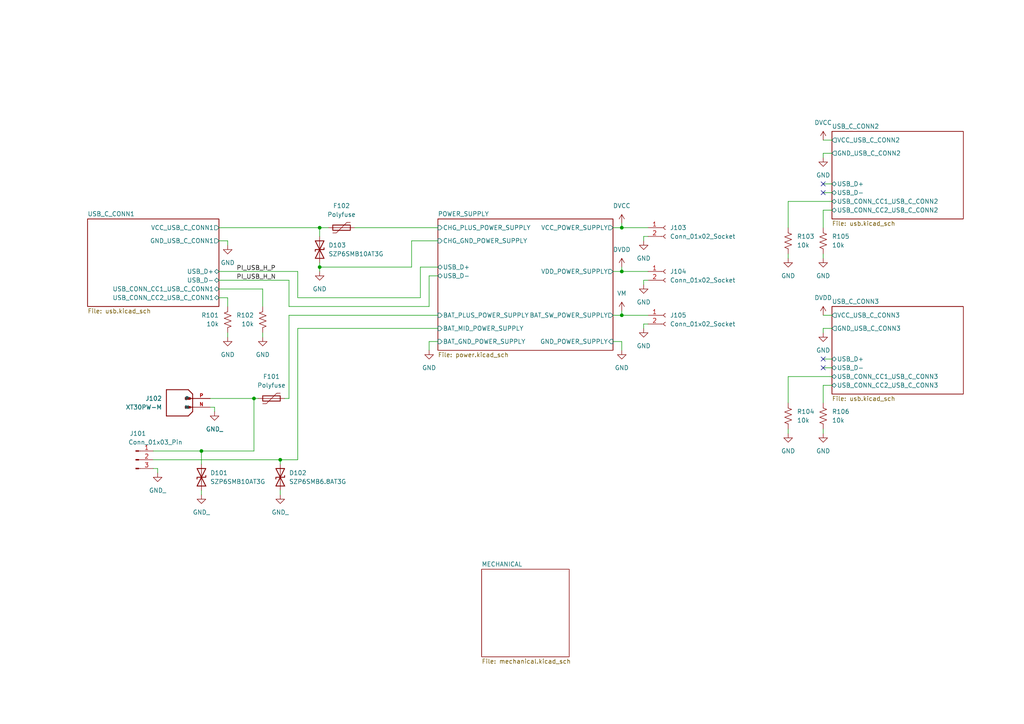
<source format=kicad_sch>
(kicad_sch
	(version 20250114)
	(generator "eeschema")
	(generator_version "9.0")
	(uuid "383a69bc-2dc9-4445-8213-92315a13784a")
	(paper "A4")
	(title_block
		(title "Power delivery Board")
		(date "2025-06-25")
		(rev "B")
		(comment 1 "the developed autonomous robot platform powered by LEGO Technic HUB and Rasberry Pi")
		(comment 2 "Design implemets a battery management system and power delivert for use with")
		(comment 3 "Distributed Open-source as: CC BY-SA 4.0")
	)
	(lib_symbols
		(symbol "Connector:Conn_01x02_Socket"
			(pin_names
				(offset 1.016)
				(hide yes)
			)
			(exclude_from_sim no)
			(in_bom yes)
			(on_board yes)
			(property "Reference" "J"
				(at 0 2.54 0)
				(effects
					(font
						(size 1.27 1.27)
					)
				)
			)
			(property "Value" "Conn_01x02_Socket"
				(at 0 -5.08 0)
				(effects
					(font
						(size 1.27 1.27)
					)
				)
			)
			(property "Footprint" ""
				(at 0 0 0)
				(effects
					(font
						(size 1.27 1.27)
					)
					(hide yes)
				)
			)
			(property "Datasheet" "~"
				(at 0 0 0)
				(effects
					(font
						(size 1.27 1.27)
					)
					(hide yes)
				)
			)
			(property "Description" "Generic connector, single row, 01x02, script generated"
				(at 0 0 0)
				(effects
					(font
						(size 1.27 1.27)
					)
					(hide yes)
				)
			)
			(property "ki_locked" ""
				(at 0 0 0)
				(effects
					(font
						(size 1.27 1.27)
					)
				)
			)
			(property "ki_keywords" "connector"
				(at 0 0 0)
				(effects
					(font
						(size 1.27 1.27)
					)
					(hide yes)
				)
			)
			(property "ki_fp_filters" "Connector*:*_1x??_*"
				(at 0 0 0)
				(effects
					(font
						(size 1.27 1.27)
					)
					(hide yes)
				)
			)
			(symbol "Conn_01x02_Socket_1_1"
				(polyline
					(pts
						(xy -1.27 0) (xy -0.508 0)
					)
					(stroke
						(width 0.1524)
						(type default)
					)
					(fill
						(type none)
					)
				)
				(polyline
					(pts
						(xy -1.27 -2.54) (xy -0.508 -2.54)
					)
					(stroke
						(width 0.1524)
						(type default)
					)
					(fill
						(type none)
					)
				)
				(arc
					(start 0 -0.508)
					(mid -0.5058 0)
					(end 0 0.508)
					(stroke
						(width 0.1524)
						(type default)
					)
					(fill
						(type none)
					)
				)
				(arc
					(start 0 -3.048)
					(mid -0.5058 -2.54)
					(end 0 -2.032)
					(stroke
						(width 0.1524)
						(type default)
					)
					(fill
						(type none)
					)
				)
				(pin passive line
					(at -5.08 0 0)
					(length 3.81)
					(name "Pin_1"
						(effects
							(font
								(size 1.27 1.27)
							)
						)
					)
					(number "1"
						(effects
							(font
								(size 1.27 1.27)
							)
						)
					)
				)
				(pin passive line
					(at -5.08 -2.54 0)
					(length 3.81)
					(name "Pin_2"
						(effects
							(font
								(size 1.27 1.27)
							)
						)
					)
					(number "2"
						(effects
							(font
								(size 1.27 1.27)
							)
						)
					)
				)
			)
			(embedded_fonts no)
		)
		(symbol "Connector:Conn_01x03_Pin"
			(pin_names
				(offset 1.016)
				(hide yes)
			)
			(exclude_from_sim no)
			(in_bom yes)
			(on_board yes)
			(property "Reference" "J"
				(at 0 5.08 0)
				(effects
					(font
						(size 1.27 1.27)
					)
				)
			)
			(property "Value" "Conn_01x03_Pin"
				(at 0 -5.08 0)
				(effects
					(font
						(size 1.27 1.27)
					)
				)
			)
			(property "Footprint" ""
				(at 0 0 0)
				(effects
					(font
						(size 1.27 1.27)
					)
					(hide yes)
				)
			)
			(property "Datasheet" "~"
				(at 0 0 0)
				(effects
					(font
						(size 1.27 1.27)
					)
					(hide yes)
				)
			)
			(property "Description" "Generic connector, single row, 01x03, script generated"
				(at 0 0 0)
				(effects
					(font
						(size 1.27 1.27)
					)
					(hide yes)
				)
			)
			(property "ki_locked" ""
				(at 0 0 0)
				(effects
					(font
						(size 1.27 1.27)
					)
				)
			)
			(property "ki_keywords" "connector"
				(at 0 0 0)
				(effects
					(font
						(size 1.27 1.27)
					)
					(hide yes)
				)
			)
			(property "ki_fp_filters" "Connector*:*_1x??_*"
				(at 0 0 0)
				(effects
					(font
						(size 1.27 1.27)
					)
					(hide yes)
				)
			)
			(symbol "Conn_01x03_Pin_1_1"
				(rectangle
					(start 0.8636 2.667)
					(end 0 2.413)
					(stroke
						(width 0.1524)
						(type default)
					)
					(fill
						(type outline)
					)
				)
				(rectangle
					(start 0.8636 0.127)
					(end 0 -0.127)
					(stroke
						(width 0.1524)
						(type default)
					)
					(fill
						(type outline)
					)
				)
				(rectangle
					(start 0.8636 -2.413)
					(end 0 -2.667)
					(stroke
						(width 0.1524)
						(type default)
					)
					(fill
						(type outline)
					)
				)
				(polyline
					(pts
						(xy 1.27 2.54) (xy 0.8636 2.54)
					)
					(stroke
						(width 0.1524)
						(type default)
					)
					(fill
						(type none)
					)
				)
				(polyline
					(pts
						(xy 1.27 0) (xy 0.8636 0)
					)
					(stroke
						(width 0.1524)
						(type default)
					)
					(fill
						(type none)
					)
				)
				(polyline
					(pts
						(xy 1.27 -2.54) (xy 0.8636 -2.54)
					)
					(stroke
						(width 0.1524)
						(type default)
					)
					(fill
						(type none)
					)
				)
				(pin passive line
					(at 5.08 2.54 180)
					(length 3.81)
					(name "Pin_1"
						(effects
							(font
								(size 1.27 1.27)
							)
						)
					)
					(number "1"
						(effects
							(font
								(size 1.27 1.27)
							)
						)
					)
				)
				(pin passive line
					(at 5.08 0 180)
					(length 3.81)
					(name "Pin_2"
						(effects
							(font
								(size 1.27 1.27)
							)
						)
					)
					(number "2"
						(effects
							(font
								(size 1.27 1.27)
							)
						)
					)
				)
				(pin passive line
					(at 5.08 -2.54 180)
					(length 3.81)
					(name "Pin_3"
						(effects
							(font
								(size 1.27 1.27)
							)
						)
					)
					(number "3"
						(effects
							(font
								(size 1.27 1.27)
							)
						)
					)
				)
			)
			(embedded_fonts no)
		)
		(symbol "Device:D_TVS"
			(pin_numbers
				(hide yes)
			)
			(pin_names
				(offset 1.016)
				(hide yes)
			)
			(exclude_from_sim no)
			(in_bom yes)
			(on_board yes)
			(property "Reference" "D"
				(at 0 2.54 0)
				(effects
					(font
						(size 1.27 1.27)
					)
				)
			)
			(property "Value" "D_TVS"
				(at 0 -2.54 0)
				(effects
					(font
						(size 1.27 1.27)
					)
				)
			)
			(property "Footprint" ""
				(at 0 0 0)
				(effects
					(font
						(size 1.27 1.27)
					)
					(hide yes)
				)
			)
			(property "Datasheet" "~"
				(at 0 0 0)
				(effects
					(font
						(size 1.27 1.27)
					)
					(hide yes)
				)
			)
			(property "Description" "Bidirectional transient-voltage-suppression diode"
				(at 0 0 0)
				(effects
					(font
						(size 1.27 1.27)
					)
					(hide yes)
				)
			)
			(property "ki_keywords" "diode TVS thyrector"
				(at 0 0 0)
				(effects
					(font
						(size 1.27 1.27)
					)
					(hide yes)
				)
			)
			(property "ki_fp_filters" "TO-???* *_Diode_* *SingleDiode* D_*"
				(at 0 0 0)
				(effects
					(font
						(size 1.27 1.27)
					)
					(hide yes)
				)
			)
			(symbol "D_TVS_0_1"
				(polyline
					(pts
						(xy -2.54 1.27) (xy -2.54 -1.27) (xy 2.54 1.27) (xy 2.54 -1.27) (xy -2.54 1.27)
					)
					(stroke
						(width 0.254)
						(type default)
					)
					(fill
						(type none)
					)
				)
				(polyline
					(pts
						(xy 0.508 1.27) (xy 0 1.27) (xy 0 -1.27) (xy -0.508 -1.27)
					)
					(stroke
						(width 0.254)
						(type default)
					)
					(fill
						(type none)
					)
				)
				(polyline
					(pts
						(xy 1.27 0) (xy -1.27 0)
					)
					(stroke
						(width 0)
						(type default)
					)
					(fill
						(type none)
					)
				)
			)
			(symbol "D_TVS_1_1"
				(pin passive line
					(at -3.81 0 0)
					(length 2.54)
					(name "A1"
						(effects
							(font
								(size 1.27 1.27)
							)
						)
					)
					(number "1"
						(effects
							(font
								(size 1.27 1.27)
							)
						)
					)
				)
				(pin passive line
					(at 3.81 0 180)
					(length 2.54)
					(name "A2"
						(effects
							(font
								(size 1.27 1.27)
							)
						)
					)
					(number "2"
						(effects
							(font
								(size 1.27 1.27)
							)
						)
					)
				)
			)
			(embedded_fonts no)
		)
		(symbol "Device:Polyfuse"
			(pin_numbers
				(hide yes)
			)
			(pin_names
				(offset 0)
			)
			(exclude_from_sim no)
			(in_bom yes)
			(on_board yes)
			(property "Reference" "F"
				(at -2.54 0 90)
				(effects
					(font
						(size 1.27 1.27)
					)
				)
			)
			(property "Value" "Polyfuse"
				(at 2.54 0 90)
				(effects
					(font
						(size 1.27 1.27)
					)
				)
			)
			(property "Footprint" ""
				(at 1.27 -5.08 0)
				(effects
					(font
						(size 1.27 1.27)
					)
					(justify left)
					(hide yes)
				)
			)
			(property "Datasheet" "~"
				(at 0 0 0)
				(effects
					(font
						(size 1.27 1.27)
					)
					(hide yes)
				)
			)
			(property "Description" "Resettable fuse, polymeric positive temperature coefficient"
				(at 0 0 0)
				(effects
					(font
						(size 1.27 1.27)
					)
					(hide yes)
				)
			)
			(property "ki_keywords" "resettable fuse PTC PPTC polyfuse polyswitch"
				(at 0 0 0)
				(effects
					(font
						(size 1.27 1.27)
					)
					(hide yes)
				)
			)
			(property "ki_fp_filters" "*polyfuse* *PTC*"
				(at 0 0 0)
				(effects
					(font
						(size 1.27 1.27)
					)
					(hide yes)
				)
			)
			(symbol "Polyfuse_0_1"
				(polyline
					(pts
						(xy -1.524 2.54) (xy -1.524 1.524) (xy 1.524 -1.524) (xy 1.524 -2.54)
					)
					(stroke
						(width 0)
						(type default)
					)
					(fill
						(type none)
					)
				)
				(rectangle
					(start -0.762 2.54)
					(end 0.762 -2.54)
					(stroke
						(width 0.254)
						(type default)
					)
					(fill
						(type none)
					)
				)
				(polyline
					(pts
						(xy 0 2.54) (xy 0 -2.54)
					)
					(stroke
						(width 0)
						(type default)
					)
					(fill
						(type none)
					)
				)
			)
			(symbol "Polyfuse_1_1"
				(pin passive line
					(at 0 3.81 270)
					(length 1.27)
					(name "~"
						(effects
							(font
								(size 1.27 1.27)
							)
						)
					)
					(number "1"
						(effects
							(font
								(size 1.27 1.27)
							)
						)
					)
				)
				(pin passive line
					(at 0 -3.81 90)
					(length 1.27)
					(name "~"
						(effects
							(font
								(size 1.27 1.27)
							)
						)
					)
					(number "2"
						(effects
							(font
								(size 1.27 1.27)
							)
						)
					)
				)
			)
			(embedded_fonts no)
		)
		(symbol "Device:R_US"
			(pin_numbers
				(hide yes)
			)
			(pin_names
				(offset 0)
			)
			(exclude_from_sim no)
			(in_bom yes)
			(on_board yes)
			(property "Reference" "R"
				(at 2.54 0 90)
				(effects
					(font
						(size 1.27 1.27)
					)
				)
			)
			(property "Value" "R_US"
				(at -2.54 0 90)
				(effects
					(font
						(size 1.27 1.27)
					)
				)
			)
			(property "Footprint" ""
				(at 1.016 -0.254 90)
				(effects
					(font
						(size 1.27 1.27)
					)
					(hide yes)
				)
			)
			(property "Datasheet" "~"
				(at 0 0 0)
				(effects
					(font
						(size 1.27 1.27)
					)
					(hide yes)
				)
			)
			(property "Description" "Resistor, US symbol"
				(at 0 0 0)
				(effects
					(font
						(size 1.27 1.27)
					)
					(hide yes)
				)
			)
			(property "ki_keywords" "R res resistor"
				(at 0 0 0)
				(effects
					(font
						(size 1.27 1.27)
					)
					(hide yes)
				)
			)
			(property "ki_fp_filters" "R_*"
				(at 0 0 0)
				(effects
					(font
						(size 1.27 1.27)
					)
					(hide yes)
				)
			)
			(symbol "R_US_0_1"
				(polyline
					(pts
						(xy 0 2.286) (xy 0 2.54)
					)
					(stroke
						(width 0)
						(type default)
					)
					(fill
						(type none)
					)
				)
				(polyline
					(pts
						(xy 0 2.286) (xy 1.016 1.905) (xy 0 1.524) (xy -1.016 1.143) (xy 0 0.762)
					)
					(stroke
						(width 0)
						(type default)
					)
					(fill
						(type none)
					)
				)
				(polyline
					(pts
						(xy 0 0.762) (xy 1.016 0.381) (xy 0 0) (xy -1.016 -0.381) (xy 0 -0.762)
					)
					(stroke
						(width 0)
						(type default)
					)
					(fill
						(type none)
					)
				)
				(polyline
					(pts
						(xy 0 -0.762) (xy 1.016 -1.143) (xy 0 -1.524) (xy -1.016 -1.905) (xy 0 -2.286)
					)
					(stroke
						(width 0)
						(type default)
					)
					(fill
						(type none)
					)
				)
				(polyline
					(pts
						(xy 0 -2.286) (xy 0 -2.54)
					)
					(stroke
						(width 0)
						(type default)
					)
					(fill
						(type none)
					)
				)
			)
			(symbol "R_US_1_1"
				(pin passive line
					(at 0 3.81 270)
					(length 1.27)
					(name "~"
						(effects
							(font
								(size 1.27 1.27)
							)
						)
					)
					(number "1"
						(effects
							(font
								(size 1.27 1.27)
							)
						)
					)
				)
				(pin passive line
					(at 0 -3.81 90)
					(length 1.27)
					(name "~"
						(effects
							(font
								(size 1.27 1.27)
							)
						)
					)
					(number "2"
						(effects
							(font
								(size 1.27 1.27)
							)
						)
					)
				)
			)
			(embedded_fonts no)
		)
		(symbol "XT30PW-M:XT30PW-M"
			(pin_names
				(offset 1.016)
			)
			(exclude_from_sim no)
			(in_bom yes)
			(on_board yes)
			(property "Reference" "J"
				(at -7.62 3.302 0)
				(effects
					(font
						(size 1.27 1.27)
					)
					(justify left bottom)
				)
			)
			(property "Value" "XT30PW-M"
				(at -7.62 -7.62 0)
				(effects
					(font
						(size 1.27 1.27)
					)
					(justify left bottom)
				)
			)
			(property "Footprint" "XT30PW-M:AMASS_XT30PW-M"
				(at 0 0 0)
				(effects
					(font
						(size 1.27 1.27)
					)
					(justify bottom)
					(hide yes)
				)
			)
			(property "Datasheet" ""
				(at 0 0 0)
				(effects
					(font
						(size 1.27 1.27)
					)
					(hide yes)
				)
			)
			(property "Description" ""
				(at 0 0 0)
				(effects
					(font
						(size 1.27 1.27)
					)
					(hide yes)
				)
			)
			(property "MF" "AMASS"
				(at 0 0 0)
				(effects
					(font
						(size 1.27 1.27)
					)
					(justify bottom)
					(hide yes)
				)
			)
			(property "MAXIMUM_PACKAGE_HEIGHT" "5 mm"
				(at 0 0 0)
				(effects
					(font
						(size 1.27 1.27)
					)
					(justify bottom)
					(hide yes)
				)
			)
			(property "Package" "None"
				(at 0 0 0)
				(effects
					(font
						(size 1.27 1.27)
					)
					(justify bottom)
					(hide yes)
				)
			)
			(property "Price" "None"
				(at 0 0 0)
				(effects
					(font
						(size 1.27 1.27)
					)
					(justify bottom)
					(hide yes)
				)
			)
			(property "Check_prices" "https://www.snapeda.com/parts/XT30PW-M/AMASS/view-part/?ref=eda"
				(at 0 0 0)
				(effects
					(font
						(size 1.27 1.27)
					)
					(justify bottom)
					(hide yes)
				)
			)
			(property "STANDARD" "Manufacturer Recommendations"
				(at 0 0 0)
				(effects
					(font
						(size 1.27 1.27)
					)
					(justify bottom)
					(hide yes)
				)
			)
			(property "PARTREV" "1.2"
				(at 0 0 0)
				(effects
					(font
						(size 1.27 1.27)
					)
					(justify bottom)
					(hide yes)
				)
			)
			(property "SnapEDA_Link" "https://www.snapeda.com/parts/XT30PW-M/AMASS/view-part/?ref=snap"
				(at 0 0 0)
				(effects
					(font
						(size 1.27 1.27)
					)
					(justify bottom)
					(hide yes)
				)
			)
			(property "MP" "XT30PW-M"
				(at 0 0 0)
				(effects
					(font
						(size 1.27 1.27)
					)
					(justify bottom)
					(hide yes)
				)
			)
			(property "Description_1" "\nSocket; DC supply; XT30; male; PIN: 2; on PCBs; THT; Colour: yellow\n"
				(at 0 0 0)
				(effects
					(font
						(size 1.27 1.27)
					)
					(justify bottom)
					(hide yes)
				)
			)
			(property "MANUFACTURER" "Amass"
				(at 0 0 0)
				(effects
					(font
						(size 1.27 1.27)
					)
					(justify bottom)
					(hide yes)
				)
			)
			(property "Availability" "Not in stock"
				(at 0 0 0)
				(effects
					(font
						(size 1.27 1.27)
					)
					(justify bottom)
					(hide yes)
				)
			)
			(property "SNAPEDA_PN" "XT30PW-M"
				(at 0 0 0)
				(effects
					(font
						(size 1.27 1.27)
					)
					(justify bottom)
					(hide yes)
				)
			)
			(symbol "XT30PW-M_0_0"
				(polyline
					(pts
						(xy -7.62 2.54) (xy -1.27 2.54)
					)
					(stroke
						(width 0.254)
						(type default)
					)
					(fill
						(type none)
					)
				)
				(polyline
					(pts
						(xy -7.62 -5.08) (xy -7.62 2.54)
					)
					(stroke
						(width 0.254)
						(type default)
					)
					(fill
						(type none)
					)
				)
				(rectangle
					(start -2.2225 -0.3175)
					(end -0.635 0.3175)
					(stroke
						(width 0.1)
						(type default)
					)
					(fill
						(type outline)
					)
				)
				(rectangle
					(start -2.2225 -2.8575)
					(end -0.635 -2.2225)
					(stroke
						(width 0.1)
						(type default)
					)
					(fill
						(type outline)
					)
				)
				(polyline
					(pts
						(xy -1.27 -5.08) (xy -7.62 -5.08)
					)
					(stroke
						(width 0.254)
						(type default)
					)
					(fill
						(type none)
					)
				)
				(polyline
					(pts
						(xy 0 1.27) (xy -1.27 2.54)
					)
					(stroke
						(width 0.254)
						(type default)
					)
					(fill
						(type none)
					)
				)
				(polyline
					(pts
						(xy 0 1.27) (xy 0 0)
					)
					(stroke
						(width 0.254)
						(type default)
					)
					(fill
						(type none)
					)
				)
				(polyline
					(pts
						(xy 0 0) (xy -1.905 0)
					)
					(stroke
						(width 0.254)
						(type default)
					)
					(fill
						(type none)
					)
				)
				(polyline
					(pts
						(xy 0 0) (xy 0 -3.81)
					)
					(stroke
						(width 0.254)
						(type default)
					)
					(fill
						(type none)
					)
				)
				(polyline
					(pts
						(xy 0 -2.54) (xy -1.905 -2.54)
					)
					(stroke
						(width 0.254)
						(type default)
					)
					(fill
						(type none)
					)
				)
				(polyline
					(pts
						(xy 0 -3.81) (xy -1.27 -5.08)
					)
					(stroke
						(width 0.254)
						(type default)
					)
					(fill
						(type none)
					)
				)
				(pin power_in line
					(at 5.08 0 180)
					(length 5.08)
					(name "P"
						(effects
							(font
								(size 1.016 1.016)
							)
						)
					)
					(number "P"
						(effects
							(font
								(size 1.016 1.016)
							)
						)
					)
				)
				(pin power_in line
					(at 5.08 -2.54 180)
					(length 5.08)
					(name "N"
						(effects
							(font
								(size 1.016 1.016)
							)
						)
					)
					(number "N"
						(effects
							(font
								(size 1.016 1.016)
							)
						)
					)
				)
			)
			(embedded_fonts no)
		)
		(symbol "power:+3.3V"
			(power)
			(pin_names
				(offset 0)
			)
			(exclude_from_sim no)
			(in_bom yes)
			(on_board yes)
			(property "Reference" "#PWR"
				(at 0 -3.81 0)
				(effects
					(font
						(size 1.27 1.27)
					)
					(hide yes)
				)
			)
			(property "Value" "+3.3V"
				(at 0 3.556 0)
				(effects
					(font
						(size 1.27 1.27)
					)
				)
			)
			(property "Footprint" ""
				(at 0 0 0)
				(effects
					(font
						(size 1.27 1.27)
					)
					(hide yes)
				)
			)
			(property "Datasheet" ""
				(at 0 0 0)
				(effects
					(font
						(size 1.27 1.27)
					)
					(hide yes)
				)
			)
			(property "Description" "Power symbol creates a global label with name \"+3.3V\""
				(at 0 0 0)
				(effects
					(font
						(size 1.27 1.27)
					)
					(hide yes)
				)
			)
			(property "ki_keywords" "power-flag"
				(at 0 0 0)
				(effects
					(font
						(size 1.27 1.27)
					)
					(hide yes)
				)
			)
			(symbol "+3.3V_0_1"
				(polyline
					(pts
						(xy -0.762 1.27) (xy 0 2.54)
					)
					(stroke
						(width 0)
						(type default)
					)
					(fill
						(type none)
					)
				)
				(polyline
					(pts
						(xy 0 2.54) (xy 0.762 1.27)
					)
					(stroke
						(width 0)
						(type default)
					)
					(fill
						(type none)
					)
				)
				(polyline
					(pts
						(xy 0 0) (xy 0 2.54)
					)
					(stroke
						(width 0)
						(type default)
					)
					(fill
						(type none)
					)
				)
			)
			(symbol "+3.3V_1_1"
				(pin power_in line
					(at 0 0 90)
					(length 0)
					(hide yes)
					(name "+3V3"
						(effects
							(font
								(size 1.27 1.27)
							)
						)
					)
					(number "1"
						(effects
							(font
								(size 1.27 1.27)
							)
						)
					)
				)
			)
			(embedded_fonts no)
		)
		(symbol "power:GND"
			(power)
			(pin_names
				(offset 0)
			)
			(exclude_from_sim no)
			(in_bom yes)
			(on_board yes)
			(property "Reference" "#PWR"
				(at 0 -6.35 0)
				(effects
					(font
						(size 1.27 1.27)
					)
					(hide yes)
				)
			)
			(property "Value" "GND"
				(at 0 -3.81 0)
				(effects
					(font
						(size 1.27 1.27)
					)
				)
			)
			(property "Footprint" ""
				(at 0 0 0)
				(effects
					(font
						(size 1.27 1.27)
					)
					(hide yes)
				)
			)
			(property "Datasheet" ""
				(at 0 0 0)
				(effects
					(font
						(size 1.27 1.27)
					)
					(hide yes)
				)
			)
			(property "Description" "Power symbol creates a global label with name \"GND\" , ground"
				(at 0 0 0)
				(effects
					(font
						(size 1.27 1.27)
					)
					(hide yes)
				)
			)
			(property "ki_keywords" "power-flag"
				(at 0 0 0)
				(effects
					(font
						(size 1.27 1.27)
					)
					(hide yes)
				)
			)
			(symbol "GND_0_1"
				(polyline
					(pts
						(xy 0 0) (xy 0 -1.27) (xy 1.27 -1.27) (xy 0 -2.54) (xy -1.27 -1.27) (xy 0 -1.27)
					)
					(stroke
						(width 0)
						(type default)
					)
					(fill
						(type none)
					)
				)
			)
			(symbol "GND_1_1"
				(pin power_in line
					(at 0 0 270)
					(length 0)
					(hide yes)
					(name "GND"
						(effects
							(font
								(size 1.27 1.27)
							)
						)
					)
					(number "1"
						(effects
							(font
								(size 1.27 1.27)
							)
						)
					)
				)
			)
			(embedded_fonts no)
		)
	)
	(junction
		(at 180.34 78.74)
		(diameter 0)
		(color 0 0 0 0)
		(uuid "1162f1cf-5582-49fd-9134-f5920492a06d")
	)
	(junction
		(at 58.42 130.81)
		(diameter 0)
		(color 0 0 0 0)
		(uuid "1e9eda85-ff7b-4cf9-a54d-4360f8437f20")
	)
	(junction
		(at 180.34 66.04)
		(diameter 0)
		(color 0 0 0 0)
		(uuid "83ada776-bea1-4057-a016-cbf39f5bcedf")
	)
	(junction
		(at 92.71 66.04)
		(diameter 0)
		(color 0 0 0 0)
		(uuid "8ceb244d-f014-4d6e-86d0-8e879794e353")
	)
	(junction
		(at 92.71 77.47)
		(diameter 0)
		(color 0 0 0 0)
		(uuid "a26a7378-3981-4726-bff0-84857b2b52ee")
	)
	(junction
		(at 73.66 115.57)
		(diameter 0)
		(color 0 0 0 0)
		(uuid "c32c1559-7c22-4c61-bfa6-9c97352ff0f7")
	)
	(junction
		(at 81.28 133.35)
		(diameter 0)
		(color 0 0 0 0)
		(uuid "d7ddfe33-66db-4c2f-8464-6b13b7fc61b8")
	)
	(junction
		(at 180.34 91.44)
		(diameter 0)
		(color 0 0 0 0)
		(uuid "e5b0ea1d-f5d4-4ec4-9fc5-4b74efc4cbff")
	)
	(no_connect
		(at 238.76 55.88)
		(uuid "7b33977f-f599-4532-be15-40f9610c807e")
	)
	(no_connect
		(at 238.76 104.14)
		(uuid "9922837a-eb42-423b-b772-a7b4198f4c11")
	)
	(no_connect
		(at 238.76 53.34)
		(uuid "ada13f2d-0070-4d22-8611-2aeb237d07a8")
	)
	(no_connect
		(at 238.76 106.68)
		(uuid "cf0ce030-ce7f-47c4-822a-046402f7fecd")
	)
	(wire
		(pts
			(xy 238.76 111.76) (xy 241.3 111.76)
		)
		(stroke
			(width 0)
			(type default)
		)
		(uuid "02a0baf3-c5c3-4918-b61c-d1b808eab2d9")
	)
	(wire
		(pts
			(xy 66.04 86.36) (xy 63.5 86.36)
		)
		(stroke
			(width 0)
			(type default)
		)
		(uuid "040fb935-2cff-40a8-83db-e9b475cc654e")
	)
	(wire
		(pts
			(xy 66.04 69.85) (xy 63.5 69.85)
		)
		(stroke
			(width 0)
			(type default)
		)
		(uuid "069afc92-60e7-498c-a0df-b13b73682031")
	)
	(wire
		(pts
			(xy 63.5 66.04) (xy 92.71 66.04)
		)
		(stroke
			(width 0)
			(type default)
		)
		(uuid "08194f4e-408f-44ad-839c-bfba23a13a55")
	)
	(wire
		(pts
			(xy 66.04 86.36) (xy 66.04 88.9)
		)
		(stroke
			(width 0)
			(type default)
		)
		(uuid "0d543821-d4e8-4b0e-9805-69f4668300a3")
	)
	(wire
		(pts
			(xy 86.36 95.25) (xy 127 95.25)
		)
		(stroke
			(width 0)
			(type default)
		)
		(uuid "0ea12e96-0a62-4425-a3c3-9550e2ec8f5c")
	)
	(wire
		(pts
			(xy 102.87 66.04) (xy 127 66.04)
		)
		(stroke
			(width 0)
			(type default)
		)
		(uuid "10fbe565-e4f1-4029-8c6d-d769523959de")
	)
	(wire
		(pts
			(xy 177.8 78.74) (xy 180.34 78.74)
		)
		(stroke
			(width 0)
			(type default)
		)
		(uuid "17f270ad-26f6-4b6a-abac-b4944139c1df")
	)
	(wire
		(pts
			(xy 45.72 135.89) (xy 44.45 135.89)
		)
		(stroke
			(width 0)
			(type default)
		)
		(uuid "1874e51c-2e9d-4487-8f03-13c6b6da9523")
	)
	(wire
		(pts
			(xy 238.76 55.88) (xy 241.3 55.88)
		)
		(stroke
			(width 0)
			(type default)
		)
		(uuid "18edf163-0572-41bc-8e1d-7aa2c3a3907d")
	)
	(wire
		(pts
			(xy 186.69 69.85) (xy 186.69 68.58)
		)
		(stroke
			(width 0)
			(type default)
		)
		(uuid "1aa73112-5c13-4625-b70b-ad1254a41480")
	)
	(wire
		(pts
			(xy 180.34 101.6) (xy 180.34 99.06)
		)
		(stroke
			(width 0)
			(type default)
		)
		(uuid "1cc3b899-3d47-48b4-8776-392521363a77")
	)
	(wire
		(pts
			(xy 228.6 58.42) (xy 228.6 66.04)
		)
		(stroke
			(width 0)
			(type default)
		)
		(uuid "1e8340bb-751a-431e-89e5-784ab7638b86")
	)
	(wire
		(pts
			(xy 58.42 130.81) (xy 58.42 134.62)
		)
		(stroke
			(width 0)
			(type default)
		)
		(uuid "26496ac2-27c5-464d-ab37-525319a79304")
	)
	(wire
		(pts
			(xy 238.76 95.25) (xy 241.3 95.25)
		)
		(stroke
			(width 0)
			(type default)
		)
		(uuid "2744e68e-842a-4613-9870-98514ae92bdc")
	)
	(wire
		(pts
			(xy 119.38 69.85) (xy 127 69.85)
		)
		(stroke
			(width 0)
			(type default)
		)
		(uuid "28699ab1-0fb7-44ec-8069-00ec6aea6b80")
	)
	(wire
		(pts
			(xy 92.71 66.04) (xy 92.71 68.58)
		)
		(stroke
			(width 0)
			(type default)
		)
		(uuid "2be2b5e2-670f-435b-b8f5-90e5f9896a33")
	)
	(wire
		(pts
			(xy 180.34 99.06) (xy 177.8 99.06)
		)
		(stroke
			(width 0)
			(type default)
		)
		(uuid "2c05520e-533e-431c-b4ed-5ece95daf48a")
	)
	(wire
		(pts
			(xy 124.46 80.01) (xy 124.46 88.9)
		)
		(stroke
			(width 0)
			(type default)
		)
		(uuid "2fa4bb42-f6e4-40da-9e28-140f9d60945d")
	)
	(wire
		(pts
			(xy 66.04 71.12) (xy 66.04 69.85)
		)
		(stroke
			(width 0)
			(type default)
		)
		(uuid "36f305cc-36ce-4cdb-8768-8ca59f41f5b5")
	)
	(wire
		(pts
			(xy 81.28 133.35) (xy 81.28 134.62)
		)
		(stroke
			(width 0)
			(type default)
		)
		(uuid "3d2e5c2d-0d54-45b9-8c03-32dccd9236a7")
	)
	(wire
		(pts
			(xy 238.76 73.66) (xy 238.76 74.93)
		)
		(stroke
			(width 0)
			(type default)
		)
		(uuid "3e201a4c-ee22-427f-95b5-0b4f6f72d411")
	)
	(wire
		(pts
			(xy 238.76 53.34) (xy 241.3 53.34)
		)
		(stroke
			(width 0)
			(type default)
		)
		(uuid "40ef3b9c-fb2a-4679-a998-f81fd0337717")
	)
	(wire
		(pts
			(xy 63.5 78.74) (xy 86.36 78.74)
		)
		(stroke
			(width 0)
			(type default)
		)
		(uuid "4a87b908-8a86-4230-9c12-e84f5199f42f")
	)
	(wire
		(pts
			(xy 45.72 137.16) (xy 45.72 135.89)
		)
		(stroke
			(width 0)
			(type default)
		)
		(uuid "4b03534c-0c6f-49d3-a3c2-ebea48c3a4ff")
	)
	(wire
		(pts
			(xy 73.66 115.57) (xy 73.66 130.81)
		)
		(stroke
			(width 0)
			(type default)
		)
		(uuid "4e6330a7-23a3-41d1-89d5-2b3b46e4ef8d")
	)
	(wire
		(pts
			(xy 121.92 77.47) (xy 127 77.47)
		)
		(stroke
			(width 0)
			(type default)
		)
		(uuid "519a63b8-0d95-4234-bed3-e5839f21bd20")
	)
	(wire
		(pts
			(xy 228.6 73.66) (xy 228.6 74.93)
		)
		(stroke
			(width 0)
			(type default)
		)
		(uuid "570277e3-1331-4304-ab38-e9c9072216d4")
	)
	(wire
		(pts
			(xy 92.71 66.04) (xy 95.25 66.04)
		)
		(stroke
			(width 0)
			(type default)
		)
		(uuid "58ff1c45-0389-4666-96da-0884940da9ec")
	)
	(wire
		(pts
			(xy 62.23 118.11) (xy 60.96 118.11)
		)
		(stroke
			(width 0)
			(type default)
		)
		(uuid "5baba154-094c-4205-b48e-c32e283c5de9")
	)
	(wire
		(pts
			(xy 177.8 66.04) (xy 180.34 66.04)
		)
		(stroke
			(width 0)
			(type default)
		)
		(uuid "5e5c1d3e-8a04-46c2-9e27-befe7680e4d5")
	)
	(wire
		(pts
			(xy 74.93 115.57) (xy 73.66 115.57)
		)
		(stroke
			(width 0)
			(type default)
		)
		(uuid "618a5a89-9b8d-4043-b0ae-7bb10a6d49f0")
	)
	(wire
		(pts
			(xy 86.36 78.74) (xy 86.36 86.36)
		)
		(stroke
			(width 0)
			(type default)
		)
		(uuid "67a13515-dc8d-4a61-94dc-832c42b41ab6")
	)
	(wire
		(pts
			(xy 228.6 109.22) (xy 228.6 116.84)
		)
		(stroke
			(width 0)
			(type default)
		)
		(uuid "6a2e8d1a-8d30-4169-9100-6382c73d2634")
	)
	(wire
		(pts
			(xy 58.42 143.51) (xy 58.42 142.24)
		)
		(stroke
			(width 0)
			(type default)
		)
		(uuid "6d57c84f-3de6-485c-8373-7fd821c4139a")
	)
	(wire
		(pts
			(xy 124.46 99.06) (xy 124.46 101.6)
		)
		(stroke
			(width 0)
			(type default)
		)
		(uuid "6dda6ecd-b1ae-4d41-9f75-118f639ceca3")
	)
	(wire
		(pts
			(xy 238.76 60.96) (xy 238.76 66.04)
		)
		(stroke
			(width 0)
			(type default)
		)
		(uuid "71f026c2-44d9-41f6-8db6-24293b67e098")
	)
	(wire
		(pts
			(xy 238.76 124.46) (xy 238.76 125.73)
		)
		(stroke
			(width 0)
			(type default)
		)
		(uuid "77eea4f0-8c6a-4095-b5a1-326ba9dfbdb3")
	)
	(wire
		(pts
			(xy 228.6 124.46) (xy 228.6 125.73)
		)
		(stroke
			(width 0)
			(type default)
		)
		(uuid "786eb297-e3ac-44ad-81e5-48da804c7d83")
	)
	(wire
		(pts
			(xy 241.3 58.42) (xy 228.6 58.42)
		)
		(stroke
			(width 0)
			(type default)
		)
		(uuid "795cb956-e773-47e0-b1d4-d7200f1144c4")
	)
	(wire
		(pts
			(xy 180.34 77.47) (xy 180.34 78.74)
		)
		(stroke
			(width 0)
			(type default)
		)
		(uuid "7cab5bb6-99fb-48da-bf4f-367a6dabdf34")
	)
	(wire
		(pts
			(xy 83.82 91.44) (xy 127 91.44)
		)
		(stroke
			(width 0)
			(type default)
		)
		(uuid "7d013009-a70a-4e49-8c7f-147a4a2e5636")
	)
	(wire
		(pts
			(xy 83.82 115.57) (xy 82.55 115.57)
		)
		(stroke
			(width 0)
			(type default)
		)
		(uuid "7d3e4cd3-e8e7-4cb9-9db4-314103ffe7be")
	)
	(wire
		(pts
			(xy 238.76 96.52) (xy 238.76 95.25)
		)
		(stroke
			(width 0)
			(type default)
		)
		(uuid "7fe91ad8-7ade-4663-b0f9-a5dbd26ddce2")
	)
	(wire
		(pts
			(xy 44.45 133.35) (xy 81.28 133.35)
		)
		(stroke
			(width 0)
			(type default)
		)
		(uuid "8564997a-c7d9-43d6-9e0e-5f6904361364")
	)
	(wire
		(pts
			(xy 238.76 91.44) (xy 241.3 91.44)
		)
		(stroke
			(width 0)
			(type default)
		)
		(uuid "8b6c3bc7-b47c-439f-9da7-da04f3be5d8f")
	)
	(wire
		(pts
			(xy 238.76 60.96) (xy 241.3 60.96)
		)
		(stroke
			(width 0)
			(type default)
		)
		(uuid "8b73c8c9-ba7c-4d99-8f30-34321d92238e")
	)
	(wire
		(pts
			(xy 238.76 40.64) (xy 241.3 40.64)
		)
		(stroke
			(width 0)
			(type default)
		)
		(uuid "94e4169d-29ab-4254-84e4-5f6927fce5df")
	)
	(wire
		(pts
			(xy 119.38 77.47) (xy 92.71 77.47)
		)
		(stroke
			(width 0)
			(type default)
		)
		(uuid "997312d9-8c81-4954-8a3e-67c8ea88b23a")
	)
	(wire
		(pts
			(xy 81.28 133.35) (xy 86.36 133.35)
		)
		(stroke
			(width 0)
			(type default)
		)
		(uuid "9af0ad4b-d8ed-47d6-acff-6b3c3b4c87f7")
	)
	(wire
		(pts
			(xy 238.76 106.68) (xy 241.3 106.68)
		)
		(stroke
			(width 0)
			(type default)
		)
		(uuid "9e0715f4-7aeb-4799-bfbb-fd084bd34ef7")
	)
	(wire
		(pts
			(xy 238.76 45.72) (xy 238.76 44.45)
		)
		(stroke
			(width 0)
			(type default)
		)
		(uuid "a04b136a-8852-4b95-8ef4-487a5839b375")
	)
	(wire
		(pts
			(xy 186.69 95.25) (xy 186.69 93.98)
		)
		(stroke
			(width 0)
			(type default)
		)
		(uuid "a110f070-a235-48fc-8928-25596e9aac9e")
	)
	(wire
		(pts
			(xy 180.34 66.04) (xy 187.96 66.04)
		)
		(stroke
			(width 0)
			(type default)
		)
		(uuid "a17079bc-2aa1-44f7-ac8b-179682603a23")
	)
	(wire
		(pts
			(xy 124.46 99.06) (xy 127 99.06)
		)
		(stroke
			(width 0)
			(type default)
		)
		(uuid "a4a0d3a8-0274-4c77-91fb-6ad1e421a7df")
	)
	(wire
		(pts
			(xy 180.34 64.77) (xy 180.34 66.04)
		)
		(stroke
			(width 0)
			(type default)
		)
		(uuid "a7da5188-a325-4b37-b920-e876ad838f43")
	)
	(wire
		(pts
			(xy 124.46 88.9) (xy 83.82 88.9)
		)
		(stroke
			(width 0)
			(type default)
		)
		(uuid "a907578e-56dc-4f09-a037-273a50ebe8ae")
	)
	(wire
		(pts
			(xy 180.34 91.44) (xy 187.96 91.44)
		)
		(stroke
			(width 0)
			(type default)
		)
		(uuid "abd2d0f7-7c7e-4507-9299-3a22f7a5f88c")
	)
	(wire
		(pts
			(xy 86.36 86.36) (xy 121.92 86.36)
		)
		(stroke
			(width 0)
			(type default)
		)
		(uuid "ac799db6-f65b-4920-97d0-3a75d277680c")
	)
	(wire
		(pts
			(xy 238.76 44.45) (xy 241.3 44.45)
		)
		(stroke
			(width 0)
			(type default)
		)
		(uuid "ae467808-e572-4d33-846d-745fe662fe33")
	)
	(wire
		(pts
			(xy 238.76 104.14) (xy 241.3 104.14)
		)
		(stroke
			(width 0)
			(type default)
		)
		(uuid "aea574f6-9d79-4230-9cbf-10859b759429")
	)
	(wire
		(pts
			(xy 83.82 88.9) (xy 83.82 81.28)
		)
		(stroke
			(width 0)
			(type default)
		)
		(uuid "afdff5e8-2283-46a3-89ce-051c740012c2")
	)
	(wire
		(pts
			(xy 121.92 86.36) (xy 121.92 77.47)
		)
		(stroke
			(width 0)
			(type default)
		)
		(uuid "b134007c-ac43-42c0-914a-16e2f90c8bed")
	)
	(wire
		(pts
			(xy 83.82 81.28) (xy 63.5 81.28)
		)
		(stroke
			(width 0)
			(type default)
		)
		(uuid "b1bea777-e78c-41fb-b008-1cbaeeb4d2c2")
	)
	(wire
		(pts
			(xy 186.69 82.55) (xy 186.69 81.28)
		)
		(stroke
			(width 0)
			(type default)
		)
		(uuid "b6ef7525-a90e-49df-ad3c-197203224e84")
	)
	(wire
		(pts
			(xy 76.2 83.82) (xy 76.2 88.9)
		)
		(stroke
			(width 0)
			(type default)
		)
		(uuid "bb3b1eec-a031-4816-bd82-fecedd59f1b3")
	)
	(wire
		(pts
			(xy 62.23 118.11) (xy 62.23 119.38)
		)
		(stroke
			(width 0)
			(type default)
		)
		(uuid "cc9b2d72-a11c-4776-8e49-9bca0592b782")
	)
	(wire
		(pts
			(xy 63.5 83.82) (xy 76.2 83.82)
		)
		(stroke
			(width 0)
			(type default)
		)
		(uuid "ccf569ec-9190-4be3-9845-d88025122374")
	)
	(wire
		(pts
			(xy 187.96 78.74) (xy 180.34 78.74)
		)
		(stroke
			(width 0)
			(type default)
		)
		(uuid "cd4c8224-693c-4cfe-8ee2-f2fd5190a541")
	)
	(wire
		(pts
			(xy 241.3 109.22) (xy 228.6 109.22)
		)
		(stroke
			(width 0)
			(type default)
		)
		(uuid "d37817c9-4f89-464d-9cb8-55193202498d")
	)
	(wire
		(pts
			(xy 92.71 77.47) (xy 92.71 76.2)
		)
		(stroke
			(width 0)
			(type default)
		)
		(uuid "d497747a-b74b-4cee-b189-96b177fb57f7")
	)
	(wire
		(pts
			(xy 81.28 143.51) (xy 81.28 142.24)
		)
		(stroke
			(width 0)
			(type default)
		)
		(uuid "db3ed5a6-70b0-4242-9d89-5a1bea3b7223")
	)
	(wire
		(pts
			(xy 83.82 91.44) (xy 83.82 115.57)
		)
		(stroke
			(width 0)
			(type default)
		)
		(uuid "dba6917c-15ab-4c0c-a8c1-c32eabb0873b")
	)
	(wire
		(pts
			(xy 186.69 81.28) (xy 187.96 81.28)
		)
		(stroke
			(width 0)
			(type default)
		)
		(uuid "dfd35685-c8e3-4a01-b086-8b2ef91d213c")
	)
	(wire
		(pts
			(xy 180.34 90.17) (xy 180.34 91.44)
		)
		(stroke
			(width 0)
			(type default)
		)
		(uuid "e3978864-361b-4efb-b42a-f13d4a908e42")
	)
	(wire
		(pts
			(xy 60.96 115.57) (xy 73.66 115.57)
		)
		(stroke
			(width 0)
			(type default)
		)
		(uuid "e3a9833c-81da-4d6d-b72b-750c1cebf29d")
	)
	(wire
		(pts
			(xy 44.45 130.81) (xy 58.42 130.81)
		)
		(stroke
			(width 0)
			(type default)
		)
		(uuid "e504205e-c278-4507-9059-992fbbea83c3")
	)
	(wire
		(pts
			(xy 238.76 111.76) (xy 238.76 116.84)
		)
		(stroke
			(width 0)
			(type default)
		)
		(uuid "e58d0636-0678-4ee5-bf24-469fe0fc32bf")
	)
	(wire
		(pts
			(xy 76.2 96.52) (xy 76.2 97.79)
		)
		(stroke
			(width 0)
			(type default)
		)
		(uuid "e81bf4d5-e363-455b-a8cd-b16df400a677")
	)
	(wire
		(pts
			(xy 86.36 95.25) (xy 86.36 133.35)
		)
		(stroke
			(width 0)
			(type default)
		)
		(uuid "ef46e0d5-7580-4ea2-8529-9da2e77b07e4")
	)
	(wire
		(pts
			(xy 119.38 69.85) (xy 119.38 77.47)
		)
		(stroke
			(width 0)
			(type default)
		)
		(uuid "f05550c0-35e7-4fb0-aad1-731582727e22")
	)
	(wire
		(pts
			(xy 58.42 130.81) (xy 73.66 130.81)
		)
		(stroke
			(width 0)
			(type default)
		)
		(uuid "f26fe367-f848-47b8-a8a1-bb1bb5ae2a3e")
	)
	(wire
		(pts
			(xy 92.71 78.74) (xy 92.71 77.47)
		)
		(stroke
			(width 0)
			(type default)
		)
		(uuid "f57943c5-e4e1-4101-a2ba-156ed7b36380")
	)
	(wire
		(pts
			(xy 124.46 80.01) (xy 127 80.01)
		)
		(stroke
			(width 0)
			(type default)
		)
		(uuid "f5d24cb1-17bb-4f84-8a14-9d7fa52feab4")
	)
	(wire
		(pts
			(xy 186.69 68.58) (xy 187.96 68.58)
		)
		(stroke
			(width 0)
			(type default)
		)
		(uuid "f5d285dc-3cf6-4f48-9c82-e7523998cc41")
	)
	(wire
		(pts
			(xy 177.8 91.44) (xy 180.34 91.44)
		)
		(stroke
			(width 0)
			(type default)
		)
		(uuid "f5fe66ab-7c14-4be2-a9ec-2359cbdf4ab7")
	)
	(wire
		(pts
			(xy 66.04 96.52) (xy 66.04 97.79)
		)
		(stroke
			(width 0)
			(type default)
		)
		(uuid "f98d2e78-6338-4f8a-b443-96fe0be3a082")
	)
	(wire
		(pts
			(xy 186.69 93.98) (xy 187.96 93.98)
		)
		(stroke
			(width 0)
			(type default)
		)
		(uuid "faf45f4a-3969-4e5a-9d59-feb07c9f376f")
	)
	(label "PI_USB_H_N"
		(at 68.58 81.28 0)
		(effects
			(font
				(size 1.27 1.27)
			)
			(justify left bottom)
		)
		(uuid "5530287f-dd6b-4a81-abd7-a97d01189e43")
	)
	(label "PI_USB_H_P"
		(at 68.58 78.74 0)
		(effects
			(font
				(size 1.27 1.27)
			)
			(justify left bottom)
		)
		(uuid "97f32c1b-508f-4b3c-b00c-bb6b7db3a40b")
	)
	(symbol
		(lib_id "Connector:Conn_01x02_Socket")
		(at 193.04 66.04 0)
		(unit 1)
		(exclude_from_sim no)
		(in_bom yes)
		(on_board yes)
		(dnp no)
		(fields_autoplaced yes)
		(uuid "00964cff-ed3c-476d-8568-a971fea7503c")
		(property "Reference" "J103"
			(at 194.31 66.0399 0)
			(effects
				(font
					(size 1.27 1.27)
				)
				(justify left)
			)
		)
		(property "Value" "Conn_01x02_Socket"
			(at 194.31 68.5799 0)
			(effects
				(font
					(size 1.27 1.27)
				)
				(justify left)
			)
		)
		(property "Footprint" "footprints:PHOENIX_1759017"
			(at 193.04 66.04 0)
			(effects
				(font
					(size 1.27 1.27)
				)
				(hide yes)
			)
		)
		(property "Datasheet" "~"
			(at 193.04 66.04 0)
			(effects
				(font
					(size 1.27 1.27)
				)
				(hide yes)
			)
		)
		(property "Description" "Generic connector, single row, 01x02, script generated"
			(at 193.04 66.04 0)
			(effects
				(font
					(size 1.27 1.27)
				)
				(hide yes)
			)
		)
		(property "AVAILABILITY" ""
			(at 193.04 66.04 0)
			(effects
				(font
					(size 1.27 1.27)
				)
			)
		)
		(property "DATASHEET-URL" ""
			(at 193.04 66.04 0)
			(effects
				(font
					(size 1.27 1.27)
				)
			)
		)
		(property "DESCRIPTION" ""
			(at 193.04 66.04 0)
			(effects
				(font
					(size 1.27 1.27)
				)
			)
		)
		(property "DIGI-KEY_PART_NUMBER" ""
			(at 193.04 66.04 0)
			(effects
				(font
					(size 1.27 1.27)
				)
			)
		)
		(property "DIGI-KEY_PURCHASE_URL" ""
			(at 193.04 66.04 0)
			(effects
				(font
					(size 1.27 1.27)
				)
			)
		)
		(property "IR-UL" ""
			(at 193.04 66.04 0)
			(effects
				(font
					(size 1.27 1.27)
				)
			)
		)
		(property "MOUNT" ""
			(at 193.04 66.04 0)
			(effects
				(font
					(size 1.27 1.27)
				)
			)
		)
		(property "PACKAGE" ""
			(at 193.04 66.04 0)
			(effects
				(font
					(size 1.27 1.27)
				)
			)
		)
		(property "PART-NUMBER" ""
			(at 193.04 66.04 0)
			(effects
				(font
					(size 1.27 1.27)
				)
			)
		)
		(property "PINS" ""
			(at 193.04 66.04 0)
			(effects
				(font
					(size 1.27 1.27)
				)
			)
		)
		(property "PITCH" ""
			(at 193.04 66.04 0)
			(effects
				(font
					(size 1.27 1.27)
				)
			)
		)
		(property "PRICE" ""
			(at 193.04 66.04 0)
			(effects
				(font
					(size 1.27 1.27)
				)
			)
		)
		(property "PURCHASE-URL" ""
			(at 193.04 66.04 0)
			(effects
				(font
					(size 1.27 1.27)
				)
			)
		)
		(property "Purchase-URL" ""
			(at 193.04 66.04 0)
			(effects
				(font
					(size 1.27 1.27)
				)
			)
		)
		(property "Specifications" ""
			(at 193.04 66.04 0)
			(effects
				(font
					(size 1.27 1.27)
				)
			)
		)
		(property "TYPE" ""
			(at 193.04 66.04 0)
			(effects
				(font
					(size 1.27 1.27)
				)
			)
		)
		(property "VALUE" ""
			(at 193.04 66.04 0)
			(effects
				(font
					(size 1.27 1.27)
				)
			)
		)
		(property "WIRE" ""
			(at 193.04 66.04 0)
			(effects
				(font
					(size 1.27 1.27)
				)
			)
		)
		(property "WORKING-VOLTAGE-UL" ""
			(at 193.04 66.04 0)
			(effects
				(font
					(size 1.27 1.27)
				)
			)
		)
		(pin "2"
			(uuid "2690f138-1ab0-4bfe-b0a5-d15e891052dd")
		)
		(pin "1"
			(uuid "aa146e78-2918-456c-914e-df5860725a2e")
		)
		(instances
			(project ""
				(path "/383a69bc-2dc9-4445-8213-92315a13784a"
					(reference "J103")
					(unit 1)
				)
			)
		)
	)
	(symbol
		(lib_id "power:GND")
		(at 66.04 71.12 0)
		(mirror y)
		(unit 1)
		(exclude_from_sim no)
		(in_bom yes)
		(on_board yes)
		(dnp no)
		(uuid "108b59ce-1577-4787-b142-43287fed98ac")
		(property "Reference" "#PWR0104"
			(at 66.04 77.47 0)
			(effects
				(font
					(size 1.27 1.27)
				)
				(hide yes)
			)
		)
		(property "Value" "GND"
			(at 66.04 76.2 0)
			(effects
				(font
					(size 1.27 1.27)
				)
			)
		)
		(property "Footprint" ""
			(at 66.04 71.12 0)
			(effects
				(font
					(size 1.27 1.27)
				)
				(hide yes)
			)
		)
		(property "Datasheet" ""
			(at 66.04 71.12 0)
			(effects
				(font
					(size 1.27 1.27)
				)
				(hide yes)
			)
		)
		(property "Description" ""
			(at 66.04 71.12 0)
			(effects
				(font
					(size 1.27 1.27)
				)
				(hide yes)
			)
		)
		(pin "1"
			(uuid "820fa7f0-caa3-4662-88ce-094a4eea05f9")
		)
		(instances
			(project "ROSCM4"
				(path "/383a69bc-2dc9-4445-8213-92315a13784a"
					(reference "#PWR0104")
					(unit 1)
				)
			)
		)
	)
	(symbol
		(lib_id "Device:R_US")
		(at 238.76 69.85 0)
		(unit 1)
		(exclude_from_sim no)
		(in_bom yes)
		(on_board yes)
		(dnp no)
		(fields_autoplaced yes)
		(uuid "12c55643-8234-4eb9-bd60-3408f91e5e4b")
		(property "Reference" "R105"
			(at 241.3 68.5799 0)
			(effects
				(font
					(size 1.27 1.27)
				)
				(justify left)
			)
		)
		(property "Value" "10k"
			(at 241.3 71.1199 0)
			(effects
				(font
					(size 1.27 1.27)
				)
				(justify left)
			)
		)
		(property "Footprint" "Resistor_SMD:R_0402_1005Metric"
			(at 239.776 70.104 90)
			(effects
				(font
					(size 1.27 1.27)
				)
				(hide yes)
			)
		)
		(property "Datasheet" "~"
			(at 238.76 69.85 0)
			(effects
				(font
					(size 1.27 1.27)
				)
				(hide yes)
			)
		)
		(property "Description" ""
			(at 238.76 69.85 0)
			(effects
				(font
					(size 1.27 1.27)
				)
				(hide yes)
			)
		)
		(property "AVAILABILITY" ""
			(at 238.76 69.85 0)
			(effects
				(font
					(size 1.27 1.27)
				)
			)
		)
		(property "DATASHEET-URL" ""
			(at 238.76 69.85 0)
			(effects
				(font
					(size 1.27 1.27)
				)
			)
		)
		(property "DESCRIPTION" ""
			(at 238.76 69.85 0)
			(effects
				(font
					(size 1.27 1.27)
				)
			)
		)
		(property "DIGI-KEY_PART_NUMBER" ""
			(at 238.76 69.85 0)
			(effects
				(font
					(size 1.27 1.27)
				)
			)
		)
		(property "DIGI-KEY_PURCHASE_URL" ""
			(at 238.76 69.85 0)
			(effects
				(font
					(size 1.27 1.27)
				)
			)
		)
		(property "IR-UL" ""
			(at 238.76 69.85 0)
			(effects
				(font
					(size 1.27 1.27)
				)
			)
		)
		(property "MOUNT" ""
			(at 238.76 69.85 0)
			(effects
				(font
					(size 1.27 1.27)
				)
			)
		)
		(property "PACKAGE" ""
			(at 238.76 69.85 0)
			(effects
				(font
					(size 1.27 1.27)
				)
			)
		)
		(property "PART-NUMBER" ""
			(at 238.76 69.85 0)
			(effects
				(font
					(size 1.27 1.27)
				)
			)
		)
		(property "PINS" ""
			(at 238.76 69.85 0)
			(effects
				(font
					(size 1.27 1.27)
				)
			)
		)
		(property "PITCH" ""
			(at 238.76 69.85 0)
			(effects
				(font
					(size 1.27 1.27)
				)
			)
		)
		(property "PRICE" ""
			(at 238.76 69.85 0)
			(effects
				(font
					(size 1.27 1.27)
				)
			)
		)
		(property "PURCHASE-URL" ""
			(at 238.76 69.85 0)
			(effects
				(font
					(size 1.27 1.27)
				)
			)
		)
		(property "Purchase-URL" ""
			(at 238.76 69.85 0)
			(effects
				(font
					(size 1.27 1.27)
				)
			)
		)
		(property "Specifications" ""
			(at 238.76 69.85 0)
			(effects
				(font
					(size 1.27 1.27)
				)
			)
		)
		(property "TYPE" ""
			(at 238.76 69.85 0)
			(effects
				(font
					(size 1.27 1.27)
				)
			)
		)
		(property "VALUE" ""
			(at 238.76 69.85 0)
			(effects
				(font
					(size 1.27 1.27)
				)
			)
		)
		(property "WIRE" ""
			(at 238.76 69.85 0)
			(effects
				(font
					(size 1.27 1.27)
				)
			)
		)
		(property "WORKING-VOLTAGE-UL" ""
			(at 238.76 69.85 0)
			(effects
				(font
					(size 1.27 1.27)
				)
			)
		)
		(pin "1"
			(uuid "ae97c757-c4dd-4a95-a1fe-9eaf53c80714")
		)
		(pin "2"
			(uuid "07b30b50-faed-4bde-afbc-001fa12d4cdf")
		)
		(instances
			(project "ROSCM4"
				(path "/383a69bc-2dc9-4445-8213-92315a13784a"
					(reference "R105")
					(unit 1)
				)
			)
		)
	)
	(symbol
		(lib_id "Connector:Conn_01x02_Socket")
		(at 193.04 78.74 0)
		(unit 1)
		(exclude_from_sim no)
		(in_bom yes)
		(on_board yes)
		(dnp no)
		(fields_autoplaced yes)
		(uuid "2d26dcf6-0b4a-4b1b-aa45-b85c990887f0")
		(property "Reference" "J104"
			(at 194.31 78.7399 0)
			(effects
				(font
					(size 1.27 1.27)
				)
				(justify left)
			)
		)
		(property "Value" "Conn_01x02_Socket"
			(at 194.31 81.2799 0)
			(effects
				(font
					(size 1.27 1.27)
				)
				(justify left)
			)
		)
		(property "Footprint" "footprints:PHOENIX_1759017"
			(at 193.04 78.74 0)
			(effects
				(font
					(size 1.27 1.27)
				)
				(hide yes)
			)
		)
		(property "Datasheet" "~"
			(at 193.04 78.74 0)
			(effects
				(font
					(size 1.27 1.27)
				)
				(hide yes)
			)
		)
		(property "Description" "Generic connector, single row, 01x02, script generated"
			(at 193.04 78.74 0)
			(effects
				(font
					(size 1.27 1.27)
				)
				(hide yes)
			)
		)
		(property "AVAILABILITY" ""
			(at 193.04 78.74 0)
			(effects
				(font
					(size 1.27 1.27)
				)
			)
		)
		(property "DATASHEET-URL" ""
			(at 193.04 78.74 0)
			(effects
				(font
					(size 1.27 1.27)
				)
			)
		)
		(property "DESCRIPTION" ""
			(at 193.04 78.74 0)
			(effects
				(font
					(size 1.27 1.27)
				)
			)
		)
		(property "DIGI-KEY_PART_NUMBER" ""
			(at 193.04 78.74 0)
			(effects
				(font
					(size 1.27 1.27)
				)
			)
		)
		(property "DIGI-KEY_PURCHASE_URL" ""
			(at 193.04 78.74 0)
			(effects
				(font
					(size 1.27 1.27)
				)
			)
		)
		(property "IR-UL" ""
			(at 193.04 78.74 0)
			(effects
				(font
					(size 1.27 1.27)
				)
			)
		)
		(property "MOUNT" ""
			(at 193.04 78.74 0)
			(effects
				(font
					(size 1.27 1.27)
				)
			)
		)
		(property "PACKAGE" ""
			(at 193.04 78.74 0)
			(effects
				(font
					(size 1.27 1.27)
				)
			)
		)
		(property "PART-NUMBER" ""
			(at 193.04 78.74 0)
			(effects
				(font
					(size 1.27 1.27)
				)
			)
		)
		(property "PINS" ""
			(at 193.04 78.74 0)
			(effects
				(font
					(size 1.27 1.27)
				)
			)
		)
		(property "PITCH" ""
			(at 193.04 78.74 0)
			(effects
				(font
					(size 1.27 1.27)
				)
			)
		)
		(property "PRICE" ""
			(at 193.04 78.74 0)
			(effects
				(font
					(size 1.27 1.27)
				)
			)
		)
		(property "PURCHASE-URL" ""
			(at 193.04 78.74 0)
			(effects
				(font
					(size 1.27 1.27)
				)
			)
		)
		(property "Purchase-URL" ""
			(at 193.04 78.74 0)
			(effects
				(font
					(size 1.27 1.27)
				)
			)
		)
		(property "Specifications" ""
			(at 193.04 78.74 0)
			(effects
				(font
					(size 1.27 1.27)
				)
			)
		)
		(property "TYPE" ""
			(at 193.04 78.74 0)
			(effects
				(font
					(size 1.27 1.27)
				)
			)
		)
		(property "VALUE" ""
			(at 193.04 78.74 0)
			(effects
				(font
					(size 1.27 1.27)
				)
			)
		)
		(property "WIRE" ""
			(at 193.04 78.74 0)
			(effects
				(font
					(size 1.27 1.27)
				)
			)
		)
		(property "WORKING-VOLTAGE-UL" ""
			(at 193.04 78.74 0)
			(effects
				(font
					(size 1.27 1.27)
				)
			)
		)
		(pin "2"
			(uuid "0d8c10f6-8bd0-45ec-adad-d4b517f18c76")
		)
		(pin "1"
			(uuid "77282638-9654-4262-a5d3-2d6c77288fed")
		)
		(instances
			(project "ROSCM4"
				(path "/383a69bc-2dc9-4445-8213-92315a13784a"
					(reference "J104")
					(unit 1)
				)
			)
		)
	)
	(symbol
		(lib_id "power:GND")
		(at 238.76 96.52 0)
		(unit 1)
		(exclude_from_sim no)
		(in_bom yes)
		(on_board yes)
		(dnp no)
		(uuid "34b56bb4-9d0e-4c86-aa6f-edd44cdf6b76")
		(property "Reference" "#PWR0123"
			(at 238.76 102.87 0)
			(effects
				(font
					(size 1.27 1.27)
				)
				(hide yes)
			)
		)
		(property "Value" "GND"
			(at 238.76 101.6 0)
			(effects
				(font
					(size 1.27 1.27)
				)
			)
		)
		(property "Footprint" ""
			(at 238.76 96.52 0)
			(effects
				(font
					(size 1.27 1.27)
				)
				(hide yes)
			)
		)
		(property "Datasheet" ""
			(at 238.76 96.52 0)
			(effects
				(font
					(size 1.27 1.27)
				)
				(hide yes)
			)
		)
		(property "Description" ""
			(at 238.76 96.52 0)
			(effects
				(font
					(size 1.27 1.27)
				)
				(hide yes)
			)
		)
		(pin "1"
			(uuid "9dbe47e8-6d0c-4838-9cf3-fdfb60d09edf")
		)
		(instances
			(project "ROSCM4"
				(path "/383a69bc-2dc9-4445-8213-92315a13784a"
					(reference "#PWR0123")
					(unit 1)
				)
			)
		)
	)
	(symbol
		(lib_id "Device:R_US")
		(at 228.6 120.65 0)
		(unit 1)
		(exclude_from_sim no)
		(in_bom yes)
		(on_board yes)
		(dnp no)
		(uuid "383ef63c-97c3-4f48-bf8f-05c42346a191")
		(property "Reference" "R104"
			(at 231.14 119.3799 0)
			(effects
				(font
					(size 1.27 1.27)
				)
				(justify left)
			)
		)
		(property "Value" "10k"
			(at 231.14 121.9199 0)
			(effects
				(font
					(size 1.27 1.27)
				)
				(justify left)
			)
		)
		(property "Footprint" "Resistor_SMD:R_0402_1005Metric"
			(at 229.616 120.904 90)
			(effects
				(font
					(size 1.27 1.27)
				)
				(hide yes)
			)
		)
		(property "Datasheet" "~"
			(at 228.6 120.65 0)
			(effects
				(font
					(size 1.27 1.27)
				)
				(hide yes)
			)
		)
		(property "Description" ""
			(at 228.6 120.65 0)
			(effects
				(font
					(size 1.27 1.27)
				)
				(hide yes)
			)
		)
		(property "AVAILABILITY" ""
			(at 228.6 120.65 0)
			(effects
				(font
					(size 1.27 1.27)
				)
			)
		)
		(property "DATASHEET-URL" ""
			(at 228.6 120.65 0)
			(effects
				(font
					(size 1.27 1.27)
				)
			)
		)
		(property "DESCRIPTION" ""
			(at 228.6 120.65 0)
			(effects
				(font
					(size 1.27 1.27)
				)
			)
		)
		(property "DIGI-KEY_PART_NUMBER" ""
			(at 228.6 120.65 0)
			(effects
				(font
					(size 1.27 1.27)
				)
			)
		)
		(property "DIGI-KEY_PURCHASE_URL" ""
			(at 228.6 120.65 0)
			(effects
				(font
					(size 1.27 1.27)
				)
			)
		)
		(property "IR-UL" ""
			(at 228.6 120.65 0)
			(effects
				(font
					(size 1.27 1.27)
				)
			)
		)
		(property "MOUNT" ""
			(at 228.6 120.65 0)
			(effects
				(font
					(size 1.27 1.27)
				)
			)
		)
		(property "PACKAGE" ""
			(at 228.6 120.65 0)
			(effects
				(font
					(size 1.27 1.27)
				)
			)
		)
		(property "PART-NUMBER" ""
			(at 228.6 120.65 0)
			(effects
				(font
					(size 1.27 1.27)
				)
			)
		)
		(property "PINS" ""
			(at 228.6 120.65 0)
			(effects
				(font
					(size 1.27 1.27)
				)
			)
		)
		(property "PITCH" ""
			(at 228.6 120.65 0)
			(effects
				(font
					(size 1.27 1.27)
				)
			)
		)
		(property "PRICE" ""
			(at 228.6 120.65 0)
			(effects
				(font
					(size 1.27 1.27)
				)
			)
		)
		(property "PURCHASE-URL" ""
			(at 228.6 120.65 0)
			(effects
				(font
					(size 1.27 1.27)
				)
			)
		)
		(property "Purchase-URL" ""
			(at 228.6 120.65 0)
			(effects
				(font
					(size 1.27 1.27)
				)
			)
		)
		(property "Specifications" ""
			(at 228.6 120.65 0)
			(effects
				(font
					(size 1.27 1.27)
				)
			)
		)
		(property "TYPE" ""
			(at 228.6 120.65 0)
			(effects
				(font
					(size 1.27 1.27)
				)
			)
		)
		(property "VALUE" ""
			(at 228.6 120.65 0)
			(effects
				(font
					(size 1.27 1.27)
				)
			)
		)
		(property "WIRE" ""
			(at 228.6 120.65 0)
			(effects
				(font
					(size 1.27 1.27)
				)
			)
		)
		(property "WORKING-VOLTAGE-UL" ""
			(at 228.6 120.65 0)
			(effects
				(font
					(size 1.27 1.27)
				)
			)
		)
		(pin "1"
			(uuid "7764249d-0e4a-45d0-b90c-1a3dc6259f19")
		)
		(pin "2"
			(uuid "05a91280-1df4-43eb-b6ab-4765dc994470")
		)
		(instances
			(project "ROSCM4"
				(path "/383a69bc-2dc9-4445-8213-92315a13784a"
					(reference "R104")
					(unit 1)
				)
			)
		)
	)
	(symbol
		(lib_id "power:GND")
		(at 186.69 82.55 0)
		(mirror y)
		(unit 1)
		(exclude_from_sim no)
		(in_bom yes)
		(on_board yes)
		(dnp no)
		(uuid "38bebe24-327e-4324-a680-a5b260694468")
		(property "Reference" "#PWR0115"
			(at 186.69 88.9 0)
			(effects
				(font
					(size 1.27 1.27)
				)
				(hide yes)
			)
		)
		(property "Value" "GND"
			(at 186.69 87.63 0)
			(effects
				(font
					(size 1.27 1.27)
				)
			)
		)
		(property "Footprint" ""
			(at 186.69 82.55 0)
			(effects
				(font
					(size 1.27 1.27)
				)
				(hide yes)
			)
		)
		(property "Datasheet" ""
			(at 186.69 82.55 0)
			(effects
				(font
					(size 1.27 1.27)
				)
				(hide yes)
			)
		)
		(property "Description" ""
			(at 186.69 82.55 0)
			(effects
				(font
					(size 1.27 1.27)
				)
				(hide yes)
			)
		)
		(pin "1"
			(uuid "a87d6c82-f9e5-4251-89bd-8325c3f33db7")
		)
		(instances
			(project "ROSCM4"
				(path "/383a69bc-2dc9-4445-8213-92315a13784a"
					(reference "#PWR0115")
					(unit 1)
				)
			)
		)
	)
	(symbol
		(lib_id "power:GND")
		(at 92.71 78.74 0)
		(unit 1)
		(exclude_from_sim no)
		(in_bom yes)
		(on_board yes)
		(dnp no)
		(uuid "38d84280-5731-484d-bb38-073a96fbce4d")
		(property "Reference" "#PWR0108"
			(at 92.71 85.09 0)
			(effects
				(font
					(size 1.27 1.27)
				)
				(hide yes)
			)
		)
		(property "Value" "GND"
			(at 92.71 83.82 0)
			(effects
				(font
					(size 1.27 1.27)
				)
			)
		)
		(property "Footprint" ""
			(at 92.71 78.74 0)
			(effects
				(font
					(size 1.27 1.27)
				)
				(hide yes)
			)
		)
		(property "Datasheet" ""
			(at 92.71 78.74 0)
			(effects
				(font
					(size 1.27 1.27)
				)
				(hide yes)
			)
		)
		(property "Description" ""
			(at 92.71 78.74 0)
			(effects
				(font
					(size 1.27 1.27)
				)
				(hide yes)
			)
		)
		(pin "1"
			(uuid "084a381f-552f-400d-81f2-f3d856c0c8ca")
		)
		(instances
			(project "ROSCM4"
				(path "/383a69bc-2dc9-4445-8213-92315a13784a"
					(reference "#PWR0108")
					(unit 1)
				)
			)
		)
	)
	(symbol
		(lib_id "Device:Polyfuse")
		(at 99.06 66.04 90)
		(unit 1)
		(exclude_from_sim no)
		(in_bom yes)
		(on_board yes)
		(dnp no)
		(uuid "40e2168d-215a-4eea-bb11-b8236334c1c5")
		(property "Reference" "F102"
			(at 99.06 59.69 90)
			(effects
				(font
					(size 1.27 1.27)
				)
			)
		)
		(property "Value" "Polyfuse"
			(at 99.06 62.23 90)
			(effects
				(font
					(size 1.27 1.27)
				)
			)
		)
		(property "Footprint" "Fuse:Fuse_1812_4532Metric"
			(at 104.14 64.77 0)
			(effects
				(font
					(size 1.27 1.27)
				)
				(justify left)
				(hide yes)
			)
		)
		(property "Datasheet" "~"
			(at 99.06 66.04 0)
			(effects
				(font
					(size 1.27 1.27)
				)
				(hide yes)
			)
		)
		(property "Description" ""
			(at 99.06 66.04 0)
			(effects
				(font
					(size 1.27 1.27)
				)
				(hide yes)
			)
		)
		(property "AVAILABILITY" ""
			(at 99.06 66.04 0)
			(effects
				(font
					(size 1.27 1.27)
				)
			)
		)
		(property "DATASHEET-URL" ""
			(at 99.06 66.04 0)
			(effects
				(font
					(size 1.27 1.27)
				)
			)
		)
		(property "DESCRIPTION" ""
			(at 99.06 66.04 0)
			(effects
				(font
					(size 1.27 1.27)
				)
			)
		)
		(property "DIGI-KEY_PART_NUMBER" ""
			(at 99.06 66.04 0)
			(effects
				(font
					(size 1.27 1.27)
				)
			)
		)
		(property "DIGI-KEY_PURCHASE_URL" ""
			(at 99.06 66.04 0)
			(effects
				(font
					(size 1.27 1.27)
				)
			)
		)
		(property "IR-UL" ""
			(at 99.06 66.04 0)
			(effects
				(font
					(size 1.27 1.27)
				)
			)
		)
		(property "MOUNT" ""
			(at 99.06 66.04 0)
			(effects
				(font
					(size 1.27 1.27)
				)
			)
		)
		(property "PACKAGE" ""
			(at 99.06 66.04 0)
			(effects
				(font
					(size 1.27 1.27)
				)
			)
		)
		(property "PART-NUMBER" ""
			(at 99.06 66.04 0)
			(effects
				(font
					(size 1.27 1.27)
				)
			)
		)
		(property "PINS" ""
			(at 99.06 66.04 0)
			(effects
				(font
					(size 1.27 1.27)
				)
			)
		)
		(property "PITCH" ""
			(at 99.06 66.04 0)
			(effects
				(font
					(size 1.27 1.27)
				)
			)
		)
		(property "PRICE" ""
			(at 99.06 66.04 0)
			(effects
				(font
					(size 1.27 1.27)
				)
			)
		)
		(property "PURCHASE-URL" ""
			(at 99.06 66.04 0)
			(effects
				(font
					(size 1.27 1.27)
				)
			)
		)
		(property "Purchase-URL" ""
			(at 99.06 66.04 0)
			(effects
				(font
					(size 1.27 1.27)
				)
			)
		)
		(property "Specifications" ""
			(at 99.06 66.04 0)
			(effects
				(font
					(size 1.27 1.27)
				)
			)
		)
		(property "TYPE" ""
			(at 99.06 66.04 0)
			(effects
				(font
					(size 1.27 1.27)
				)
			)
		)
		(property "VALUE" ""
			(at 99.06 66.04 0)
			(effects
				(font
					(size 1.27 1.27)
				)
			)
		)
		(property "WIRE" ""
			(at 99.06 66.04 0)
			(effects
				(font
					(size 1.27 1.27)
				)
			)
		)
		(property "WORKING-VOLTAGE-UL" ""
			(at 99.06 66.04 0)
			(effects
				(font
					(size 1.27 1.27)
				)
			)
		)
		(pin "1"
			(uuid "7dd39083-0656-4646-a6a2-de335049def2")
		)
		(pin "2"
			(uuid "7a404c9b-c120-4530-a060-3f4b6b56f08e")
		)
		(instances
			(project "ROSCM4"
				(path "/383a69bc-2dc9-4445-8213-92315a13784a"
					(reference "F102")
					(unit 1)
				)
			)
		)
	)
	(symbol
		(lib_id "power:GND")
		(at 76.2 97.79 0)
		(unit 1)
		(exclude_from_sim no)
		(in_bom yes)
		(on_board yes)
		(dnp no)
		(uuid "4aaf703e-dfd6-415c-adf4-2bda75051008")
		(property "Reference" "#PWR0106"
			(at 76.2 104.14 0)
			(effects
				(font
					(size 1.27 1.27)
				)
				(hide yes)
			)
		)
		(property "Value" "GND"
			(at 76.2 102.87 0)
			(effects
				(font
					(size 1.27 1.27)
				)
			)
		)
		(property "Footprint" ""
			(at 76.2 97.79 0)
			(effects
				(font
					(size 1.27 1.27)
				)
				(hide yes)
			)
		)
		(property "Datasheet" ""
			(at 76.2 97.79 0)
			(effects
				(font
					(size 1.27 1.27)
				)
				(hide yes)
			)
		)
		(property "Description" ""
			(at 76.2 97.79 0)
			(effects
				(font
					(size 1.27 1.27)
				)
				(hide yes)
			)
		)
		(pin "1"
			(uuid "be13afdd-efb9-49ef-a41b-e8c230bbcddb")
		)
		(instances
			(project "ROSCM4"
				(path "/383a69bc-2dc9-4445-8213-92315a13784a"
					(reference "#PWR0106")
					(unit 1)
				)
			)
		)
	)
	(symbol
		(lib_id "power:GND")
		(at 58.42 143.51 0)
		(mirror y)
		(unit 1)
		(exclude_from_sim no)
		(in_bom yes)
		(on_board yes)
		(dnp no)
		(uuid "4b7161c2-6f9b-4a66-9c2a-eac84ec80be9")
		(property "Reference" "#PWR0102"
			(at 58.42 149.86 0)
			(effects
				(font
					(size 1.27 1.27)
				)
				(hide yes)
			)
		)
		(property "Value" "GND_${SHEETNAME}"
			(at 58.42 148.59 0)
			(effects
				(font
					(size 1.27 1.27)
				)
			)
		)
		(property "Footprint" ""
			(at 58.42 143.51 0)
			(effects
				(font
					(size 1.27 1.27)
				)
				(hide yes)
			)
		)
		(property "Datasheet" ""
			(at 58.42 143.51 0)
			(effects
				(font
					(size 1.27 1.27)
				)
				(hide yes)
			)
		)
		(property "Description" ""
			(at 58.42 143.51 0)
			(effects
				(font
					(size 1.27 1.27)
				)
				(hide yes)
			)
		)
		(pin "1"
			(uuid "6b3026d3-de18-4d0f-aa52-0a6671adcdf2")
		)
		(instances
			(project "ROSCM4"
				(path "/383a69bc-2dc9-4445-8213-92315a13784a"
					(reference "#PWR0102")
					(unit 1)
				)
			)
		)
	)
	(symbol
		(lib_id "power:+3.3V")
		(at 238.76 91.44 0)
		(unit 1)
		(exclude_from_sim no)
		(in_bom yes)
		(on_board yes)
		(dnp no)
		(uuid "5c04d8d5-713e-495e-8295-e63b8fea5281")
		(property "Reference" "#PWR0122"
			(at 238.76 95.25 0)
			(effects
				(font
					(size 1.27 1.27)
				)
				(hide yes)
			)
		)
		(property "Value" "DVDD"
			(at 238.76 86.36 0)
			(effects
				(font
					(size 1.27 1.27)
				)
			)
		)
		(property "Footprint" ""
			(at 238.76 91.44 0)
			(effects
				(font
					(size 1.27 1.27)
				)
				(hide yes)
			)
		)
		(property "Datasheet" ""
			(at 238.76 91.44 0)
			(effects
				(font
					(size 1.27 1.27)
				)
				(hide yes)
			)
		)
		(property "Description" ""
			(at 238.76 91.44 0)
			(effects
				(font
					(size 1.27 1.27)
				)
				(hide yes)
			)
		)
		(pin "1"
			(uuid "3812dfe1-69f5-48fb-9213-a088454f6752")
		)
		(instances
			(project "ROSCM4"
				(path "/383a69bc-2dc9-4445-8213-92315a13784a"
					(reference "#PWR0122")
					(unit 1)
				)
			)
		)
	)
	(symbol
		(lib_id "Connector:Conn_01x02_Socket")
		(at 193.04 91.44 0)
		(unit 1)
		(exclude_from_sim no)
		(in_bom yes)
		(on_board yes)
		(dnp no)
		(fields_autoplaced yes)
		(uuid "61996cd2-d03e-46d3-aa95-42f68ff0ba1b")
		(property "Reference" "J105"
			(at 194.31 91.4399 0)
			(effects
				(font
					(size 1.27 1.27)
				)
				(justify left)
			)
		)
		(property "Value" "Conn_01x02_Socket"
			(at 194.31 93.9799 0)
			(effects
				(font
					(size 1.27 1.27)
				)
				(justify left)
			)
		)
		(property "Footprint" "footprints:PHOENIX_1759017"
			(at 193.04 91.44 0)
			(effects
				(font
					(size 1.27 1.27)
				)
				(hide yes)
			)
		)
		(property "Datasheet" "~"
			(at 193.04 91.44 0)
			(effects
				(font
					(size 1.27 1.27)
				)
				(hide yes)
			)
		)
		(property "Description" "Generic connector, single row, 01x02, script generated"
			(at 193.04 91.44 0)
			(effects
				(font
					(size 1.27 1.27)
				)
				(hide yes)
			)
		)
		(property "AVAILABILITY" ""
			(at 193.04 91.44 0)
			(effects
				(font
					(size 1.27 1.27)
				)
			)
		)
		(property "DATASHEET-URL" ""
			(at 193.04 91.44 0)
			(effects
				(font
					(size 1.27 1.27)
				)
			)
		)
		(property "DESCRIPTION" ""
			(at 193.04 91.44 0)
			(effects
				(font
					(size 1.27 1.27)
				)
			)
		)
		(property "DIGI-KEY_PART_NUMBER" ""
			(at 193.04 91.44 0)
			(effects
				(font
					(size 1.27 1.27)
				)
			)
		)
		(property "DIGI-KEY_PURCHASE_URL" ""
			(at 193.04 91.44 0)
			(effects
				(font
					(size 1.27 1.27)
				)
			)
		)
		(property "IR-UL" ""
			(at 193.04 91.44 0)
			(effects
				(font
					(size 1.27 1.27)
				)
			)
		)
		(property "MOUNT" ""
			(at 193.04 91.44 0)
			(effects
				(font
					(size 1.27 1.27)
				)
			)
		)
		(property "PACKAGE" ""
			(at 193.04 91.44 0)
			(effects
				(font
					(size 1.27 1.27)
				)
			)
		)
		(property "PART-NUMBER" ""
			(at 193.04 91.44 0)
			(effects
				(font
					(size 1.27 1.27)
				)
			)
		)
		(property "PINS" ""
			(at 193.04 91.44 0)
			(effects
				(font
					(size 1.27 1.27)
				)
			)
		)
		(property "PITCH" ""
			(at 193.04 91.44 0)
			(effects
				(font
					(size 1.27 1.27)
				)
			)
		)
		(property "PRICE" ""
			(at 193.04 91.44 0)
			(effects
				(font
					(size 1.27 1.27)
				)
			)
		)
		(property "PURCHASE-URL" ""
			(at 193.04 91.44 0)
			(effects
				(font
					(size 1.27 1.27)
				)
			)
		)
		(property "Purchase-URL" ""
			(at 193.04 91.44 0)
			(effects
				(font
					(size 1.27 1.27)
				)
			)
		)
		(property "Specifications" ""
			(at 193.04 91.44 0)
			(effects
				(font
					(size 1.27 1.27)
				)
			)
		)
		(property "TYPE" ""
			(at 193.04 91.44 0)
			(effects
				(font
					(size 1.27 1.27)
				)
			)
		)
		(property "VALUE" ""
			(at 193.04 91.44 0)
			(effects
				(font
					(size 1.27 1.27)
				)
			)
		)
		(property "WIRE" ""
			(at 193.04 91.44 0)
			(effects
				(font
					(size 1.27 1.27)
				)
			)
		)
		(property "WORKING-VOLTAGE-UL" ""
			(at 193.04 91.44 0)
			(effects
				(font
					(size 1.27 1.27)
				)
			)
		)
		(pin "2"
			(uuid "8b42635a-e7d4-4066-a546-30087ce70b36")
		)
		(pin "1"
			(uuid "1f0a9da3-cb25-413f-aeba-e585f7d4a357")
		)
		(instances
			(project "ROSCM4"
				(path "/383a69bc-2dc9-4445-8213-92315a13784a"
					(reference "J105")
					(unit 1)
				)
			)
		)
	)
	(symbol
		(lib_id "power:GND")
		(at 186.69 69.85 0)
		(mirror y)
		(unit 1)
		(exclude_from_sim no)
		(in_bom yes)
		(on_board yes)
		(dnp no)
		(uuid "680fbe3a-d74b-4733-9251-ac2ebea92fde")
		(property "Reference" "#PWR0114"
			(at 186.69 76.2 0)
			(effects
				(font
					(size 1.27 1.27)
				)
				(hide yes)
			)
		)
		(property "Value" "GND"
			(at 186.69 74.93 0)
			(effects
				(font
					(size 1.27 1.27)
				)
			)
		)
		(property "Footprint" ""
			(at 186.69 69.85 0)
			(effects
				(font
					(size 1.27 1.27)
				)
				(hide yes)
			)
		)
		(property "Datasheet" ""
			(at 186.69 69.85 0)
			(effects
				(font
					(size 1.27 1.27)
				)
				(hide yes)
			)
		)
		(property "Description" ""
			(at 186.69 69.85 0)
			(effects
				(font
					(size 1.27 1.27)
				)
				(hide yes)
			)
		)
		(pin "1"
			(uuid "1951371b-7f67-4694-81a4-c3e47afb6e24")
		)
		(instances
			(project "ROSCM4"
				(path "/383a69bc-2dc9-4445-8213-92315a13784a"
					(reference "#PWR0114")
					(unit 1)
				)
			)
		)
	)
	(symbol
		(lib_id "Device:R_US")
		(at 228.6 69.85 0)
		(unit 1)
		(exclude_from_sim no)
		(in_bom yes)
		(on_board yes)
		(dnp no)
		(uuid "716038c9-01a1-44df-af3e-ec3348fbf5b2")
		(property "Reference" "R103"
			(at 231.14 68.5799 0)
			(effects
				(font
					(size 1.27 1.27)
				)
				(justify left)
			)
		)
		(property "Value" "10k"
			(at 231.14 71.1199 0)
			(effects
				(font
					(size 1.27 1.27)
				)
				(justify left)
			)
		)
		(property "Footprint" "Resistor_SMD:R_0402_1005Metric"
			(at 229.616 70.104 90)
			(effects
				(font
					(size 1.27 1.27)
				)
				(hide yes)
			)
		)
		(property "Datasheet" "~"
			(at 228.6 69.85 0)
			(effects
				(font
					(size 1.27 1.27)
				)
				(hide yes)
			)
		)
		(property "Description" ""
			(at 228.6 69.85 0)
			(effects
				(font
					(size 1.27 1.27)
				)
				(hide yes)
			)
		)
		(property "AVAILABILITY" ""
			(at 228.6 69.85 0)
			(effects
				(font
					(size 1.27 1.27)
				)
			)
		)
		(property "DATASHEET-URL" ""
			(at 228.6 69.85 0)
			(effects
				(font
					(size 1.27 1.27)
				)
			)
		)
		(property "DESCRIPTION" ""
			(at 228.6 69.85 0)
			(effects
				(font
					(size 1.27 1.27)
				)
			)
		)
		(property "DIGI-KEY_PART_NUMBER" ""
			(at 228.6 69.85 0)
			(effects
				(font
					(size 1.27 1.27)
				)
			)
		)
		(property "DIGI-KEY_PURCHASE_URL" ""
			(at 228.6 69.85 0)
			(effects
				(font
					(size 1.27 1.27)
				)
			)
		)
		(property "IR-UL" ""
			(at 228.6 69.85 0)
			(effects
				(font
					(size 1.27 1.27)
				)
			)
		)
		(property "MOUNT" ""
			(at 228.6 69.85 0)
			(effects
				(font
					(size 1.27 1.27)
				)
			)
		)
		(property "PACKAGE" ""
			(at 228.6 69.85 0)
			(effects
				(font
					(size 1.27 1.27)
				)
			)
		)
		(property "PART-NUMBER" ""
			(at 228.6 69.85 0)
			(effects
				(font
					(size 1.27 1.27)
				)
			)
		)
		(property "PINS" ""
			(at 228.6 69.85 0)
			(effects
				(font
					(size 1.27 1.27)
				)
			)
		)
		(property "PITCH" ""
			(at 228.6 69.85 0)
			(effects
				(font
					(size 1.27 1.27)
				)
			)
		)
		(property "PRICE" ""
			(at 228.6 69.85 0)
			(effects
				(font
					(size 1.27 1.27)
				)
			)
		)
		(property "PURCHASE-URL" ""
			(at 228.6 69.85 0)
			(effects
				(font
					(size 1.27 1.27)
				)
			)
		)
		(property "Purchase-URL" ""
			(at 228.6 69.85 0)
			(effects
				(font
					(size 1.27 1.27)
				)
			)
		)
		(property "Specifications" ""
			(at 228.6 69.85 0)
			(effects
				(font
					(size 1.27 1.27)
				)
			)
		)
		(property "TYPE" ""
			(at 228.6 69.85 0)
			(effects
				(font
					(size 1.27 1.27)
				)
			)
		)
		(property "VALUE" ""
			(at 228.6 69.85 0)
			(effects
				(font
					(size 1.27 1.27)
				)
			)
		)
		(property "WIRE" ""
			(at 228.6 69.85 0)
			(effects
				(font
					(size 1.27 1.27)
				)
			)
		)
		(property "WORKING-VOLTAGE-UL" ""
			(at 228.6 69.85 0)
			(effects
				(font
					(size 1.27 1.27)
				)
			)
		)
		(pin "1"
			(uuid "db481f4b-d502-43e8-8244-2abfc8db2da8")
		)
		(pin "2"
			(uuid "741ee5dc-d0a7-4c15-bfaa-74da7186ea67")
		)
		(instances
			(project "ROSCM4"
				(path "/383a69bc-2dc9-4445-8213-92315a13784a"
					(reference "R103")
					(unit 1)
				)
			)
		)
	)
	(symbol
		(lib_id "Device:R_US")
		(at 66.04 92.71 0)
		(mirror y)
		(unit 1)
		(exclude_from_sim no)
		(in_bom yes)
		(on_board yes)
		(dnp no)
		(fields_autoplaced yes)
		(uuid "790946bf-5b5c-4886-ba4c-efe148bb86e6")
		(property "Reference" "R101"
			(at 63.5 91.4399 0)
			(effects
				(font
					(size 1.27 1.27)
				)
				(justify left)
			)
		)
		(property "Value" "10k"
			(at 63.5 93.9799 0)
			(effects
				(font
					(size 1.27 1.27)
				)
				(justify left)
			)
		)
		(property "Footprint" "Resistor_SMD:R_0402_1005Metric"
			(at 65.024 92.964 90)
			(effects
				(font
					(size 1.27 1.27)
				)
				(hide yes)
			)
		)
		(property "Datasheet" "~"
			(at 66.04 92.71 0)
			(effects
				(font
					(size 1.27 1.27)
				)
				(hide yes)
			)
		)
		(property "Description" ""
			(at 66.04 92.71 0)
			(effects
				(font
					(size 1.27 1.27)
				)
				(hide yes)
			)
		)
		(property "AVAILABILITY" ""
			(at 66.04 92.71 0)
			(effects
				(font
					(size 1.27 1.27)
				)
			)
		)
		(property "DATASHEET-URL" ""
			(at 66.04 92.71 0)
			(effects
				(font
					(size 1.27 1.27)
				)
			)
		)
		(property "DESCRIPTION" ""
			(at 66.04 92.71 0)
			(effects
				(font
					(size 1.27 1.27)
				)
			)
		)
		(property "DIGI-KEY_PART_NUMBER" ""
			(at 66.04 92.71 0)
			(effects
				(font
					(size 1.27 1.27)
				)
			)
		)
		(property "DIGI-KEY_PURCHASE_URL" ""
			(at 66.04 92.71 0)
			(effects
				(font
					(size 1.27 1.27)
				)
			)
		)
		(property "IR-UL" ""
			(at 66.04 92.71 0)
			(effects
				(font
					(size 1.27 1.27)
				)
			)
		)
		(property "MOUNT" ""
			(at 66.04 92.71 0)
			(effects
				(font
					(size 1.27 1.27)
				)
			)
		)
		(property "PACKAGE" ""
			(at 66.04 92.71 0)
			(effects
				(font
					(size 1.27 1.27)
				)
			)
		)
		(property "PART-NUMBER" ""
			(at 66.04 92.71 0)
			(effects
				(font
					(size 1.27 1.27)
				)
			)
		)
		(property "PINS" ""
			(at 66.04 92.71 0)
			(effects
				(font
					(size 1.27 1.27)
				)
			)
		)
		(property "PITCH" ""
			(at 66.04 92.71 0)
			(effects
				(font
					(size 1.27 1.27)
				)
			)
		)
		(property "PRICE" ""
			(at 66.04 92.71 0)
			(effects
				(font
					(size 1.27 1.27)
				)
			)
		)
		(property "PURCHASE-URL" ""
			(at 66.04 92.71 0)
			(effects
				(font
					(size 1.27 1.27)
				)
			)
		)
		(property "Purchase-URL" ""
			(at 66.04 92.71 0)
			(effects
				(font
					(size 1.27 1.27)
				)
			)
		)
		(property "Specifications" ""
			(at 66.04 92.71 0)
			(effects
				(font
					(size 1.27 1.27)
				)
			)
		)
		(property "TYPE" ""
			(at 66.04 92.71 0)
			(effects
				(font
					(size 1.27 1.27)
				)
			)
		)
		(property "VALUE" ""
			(at 66.04 92.71 0)
			(effects
				(font
					(size 1.27 1.27)
				)
			)
		)
		(property "WIRE" ""
			(at 66.04 92.71 0)
			(effects
				(font
					(size 1.27 1.27)
				)
			)
		)
		(property "WORKING-VOLTAGE-UL" ""
			(at 66.04 92.71 0)
			(effects
				(font
					(size 1.27 1.27)
				)
			)
		)
		(pin "1"
			(uuid "80e769bb-6678-423c-a131-d82d055522fa")
		)
		(pin "2"
			(uuid "82e9f7ff-70aa-42c7-9cc5-7d01d2228633")
		)
		(instances
			(project "ROSCM4"
				(path "/383a69bc-2dc9-4445-8213-92315a13784a"
					(reference "R101")
					(unit 1)
				)
			)
		)
	)
	(symbol
		(lib_id "power:GND")
		(at 238.76 45.72 0)
		(unit 1)
		(exclude_from_sim no)
		(in_bom yes)
		(on_board yes)
		(dnp no)
		(uuid "7962f143-b932-40d7-baf2-6c6b289341a9")
		(property "Reference" "#PWR0120"
			(at 238.76 52.07 0)
			(effects
				(font
					(size 1.27 1.27)
				)
				(hide yes)
			)
		)
		(property "Value" "GND"
			(at 238.76 50.8 0)
			(effects
				(font
					(size 1.27 1.27)
				)
			)
		)
		(property "Footprint" ""
			(at 238.76 45.72 0)
			(effects
				(font
					(size 1.27 1.27)
				)
				(hide yes)
			)
		)
		(property "Datasheet" ""
			(at 238.76 45.72 0)
			(effects
				(font
					(size 1.27 1.27)
				)
				(hide yes)
			)
		)
		(property "Description" ""
			(at 238.76 45.72 0)
			(effects
				(font
					(size 1.27 1.27)
				)
				(hide yes)
			)
		)
		(pin "1"
			(uuid "0c6e44a5-0a6f-4fbc-b4dc-7469ba703e81")
		)
		(instances
			(project "ROSCM4"
				(path "/383a69bc-2dc9-4445-8213-92315a13784a"
					(reference "#PWR0120")
					(unit 1)
				)
			)
		)
	)
	(symbol
		(lib_id "Device:D_TVS")
		(at 58.42 138.43 270)
		(mirror x)
		(unit 1)
		(exclude_from_sim no)
		(in_bom yes)
		(on_board yes)
		(dnp no)
		(uuid "7bd12687-4289-420d-8c3c-68e1d477b8a0")
		(property "Reference" "D101"
			(at 60.96 137.1599 90)
			(effects
				(font
					(size 1.27 1.27)
				)
				(justify left)
			)
		)
		(property "Value" "SZP6SMB10AT3G"
			(at 60.96 139.6999 90)
			(effects
				(font
					(size 1.27 1.27)
				)
				(justify left)
			)
		)
		(property "Footprint" "footprints:DIOM4336X265N"
			(at 58.42 138.43 0)
			(effects
				(font
					(size 1.27 1.27)
				)
				(hide yes)
			)
		)
		(property "Datasheet" "~"
			(at 58.42 138.43 0)
			(effects
				(font
					(size 1.27 1.27)
				)
				(hide yes)
			)
		)
		(property "Description" ""
			(at 58.42 138.43 0)
			(effects
				(font
					(size 1.27 1.27)
				)
				(hide yes)
			)
		)
		(property "AVAILABILITY" ""
			(at 58.42 138.43 0)
			(effects
				(font
					(size 1.27 1.27)
				)
			)
		)
		(property "DATASHEET-URL" ""
			(at 58.42 138.43 0)
			(effects
				(font
					(size 1.27 1.27)
				)
			)
		)
		(property "DESCRIPTION" ""
			(at 58.42 138.43 0)
			(effects
				(font
					(size 1.27 1.27)
				)
			)
		)
		(property "DIGI-KEY_PART_NUMBER" ""
			(at 58.42 138.43 0)
			(effects
				(font
					(size 1.27 1.27)
				)
			)
		)
		(property "DIGI-KEY_PURCHASE_URL" ""
			(at 58.42 138.43 0)
			(effects
				(font
					(size 1.27 1.27)
				)
			)
		)
		(property "IR-UL" ""
			(at 58.42 138.43 0)
			(effects
				(font
					(size 1.27 1.27)
				)
			)
		)
		(property "MOUNT" ""
			(at 58.42 138.43 0)
			(effects
				(font
					(size 1.27 1.27)
				)
			)
		)
		(property "PACKAGE" ""
			(at 58.42 138.43 0)
			(effects
				(font
					(size 1.27 1.27)
				)
			)
		)
		(property "PART-NUMBER" ""
			(at 58.42 138.43 0)
			(effects
				(font
					(size 1.27 1.27)
				)
			)
		)
		(property "PINS" ""
			(at 58.42 138.43 0)
			(effects
				(font
					(size 1.27 1.27)
				)
			)
		)
		(property "PITCH" ""
			(at 58.42 138.43 0)
			(effects
				(font
					(size 1.27 1.27)
				)
			)
		)
		(property "PRICE" ""
			(at 58.42 138.43 0)
			(effects
				(font
					(size 1.27 1.27)
				)
			)
		)
		(property "PURCHASE-URL" ""
			(at 58.42 138.43 0)
			(effects
				(font
					(size 1.27 1.27)
				)
			)
		)
		(property "Purchase-URL" ""
			(at 58.42 138.43 0)
			(effects
				(font
					(size 1.27 1.27)
				)
			)
		)
		(property "Specifications" ""
			(at 58.42 138.43 0)
			(effects
				(font
					(size 1.27 1.27)
				)
			)
		)
		(property "TYPE" ""
			(at 58.42 138.43 0)
			(effects
				(font
					(size 1.27 1.27)
				)
			)
		)
		(property "VALUE" ""
			(at 58.42 138.43 0)
			(effects
				(font
					(size 1.27 1.27)
				)
			)
		)
		(property "WIRE" ""
			(at 58.42 138.43 0)
			(effects
				(font
					(size 1.27 1.27)
				)
			)
		)
		(property "WORKING-VOLTAGE-UL" ""
			(at 58.42 138.43 0)
			(effects
				(font
					(size 1.27 1.27)
				)
			)
		)
		(pin "1"
			(uuid "3b8299a0-aa30-42e6-9b5b-9ce8954fe03f")
		)
		(pin "2"
			(uuid "666bcde0-4256-411f-b7f7-72ac3e591551")
		)
		(instances
			(project "ROSCM4"
				(path "/383a69bc-2dc9-4445-8213-92315a13784a"
					(reference "D101")
					(unit 1)
				)
			)
		)
	)
	(symbol
		(lib_id "Device:D_TVS")
		(at 92.71 72.39 270)
		(mirror x)
		(unit 1)
		(exclude_from_sim no)
		(in_bom yes)
		(on_board yes)
		(dnp no)
		(uuid "822a33ef-51a5-4693-9284-84c520478913")
		(property "Reference" "D103"
			(at 95.25 71.1199 90)
			(effects
				(font
					(size 1.27 1.27)
				)
				(justify left)
			)
		)
		(property "Value" "SZP6SMB10AT3G"
			(at 95.25 73.6599 90)
			(effects
				(font
					(size 1.27 1.27)
				)
				(justify left)
			)
		)
		(property "Footprint" "footprints:DIOM4336X265N"
			(at 92.71 72.39 0)
			(effects
				(font
					(size 1.27 1.27)
				)
				(hide yes)
			)
		)
		(property "Datasheet" "~"
			(at 92.71 72.39 0)
			(effects
				(font
					(size 1.27 1.27)
				)
				(hide yes)
			)
		)
		(property "Description" ""
			(at 92.71 72.39 0)
			(effects
				(font
					(size 1.27 1.27)
				)
				(hide yes)
			)
		)
		(property "AVAILABILITY" ""
			(at 92.71 72.39 0)
			(effects
				(font
					(size 1.27 1.27)
				)
			)
		)
		(property "DATASHEET-URL" ""
			(at 92.71 72.39 0)
			(effects
				(font
					(size 1.27 1.27)
				)
			)
		)
		(property "DESCRIPTION" ""
			(at 92.71 72.39 0)
			(effects
				(font
					(size 1.27 1.27)
				)
			)
		)
		(property "DIGI-KEY_PART_NUMBER" ""
			(at 92.71 72.39 0)
			(effects
				(font
					(size 1.27 1.27)
				)
			)
		)
		(property "DIGI-KEY_PURCHASE_URL" ""
			(at 92.71 72.39 0)
			(effects
				(font
					(size 1.27 1.27)
				)
			)
		)
		(property "IR-UL" ""
			(at 92.71 72.39 0)
			(effects
				(font
					(size 1.27 1.27)
				)
			)
		)
		(property "MOUNT" ""
			(at 92.71 72.39 0)
			(effects
				(font
					(size 1.27 1.27)
				)
			)
		)
		(property "PACKAGE" ""
			(at 92.71 72.39 0)
			(effects
				(font
					(size 1.27 1.27)
				)
			)
		)
		(property "PART-NUMBER" ""
			(at 92.71 72.39 0)
			(effects
				(font
					(size 1.27 1.27)
				)
			)
		)
		(property "PINS" ""
			(at 92.71 72.39 0)
			(effects
				(font
					(size 1.27 1.27)
				)
			)
		)
		(property "PITCH" ""
			(at 92.71 72.39 0)
			(effects
				(font
					(size 1.27 1.27)
				)
			)
		)
		(property "PRICE" ""
			(at 92.71 72.39 0)
			(effects
				(font
					(size 1.27 1.27)
				)
			)
		)
		(property "PURCHASE-URL" ""
			(at 92.71 72.39 0)
			(effects
				(font
					(size 1.27 1.27)
				)
			)
		)
		(property "Purchase-URL" ""
			(at 92.71 72.39 0)
			(effects
				(font
					(size 1.27 1.27)
				)
			)
		)
		(property "Specifications" ""
			(at 92.71 72.39 0)
			(effects
				(font
					(size 1.27 1.27)
				)
			)
		)
		(property "TYPE" ""
			(at 92.71 72.39 0)
			(effects
				(font
					(size 1.27 1.27)
				)
			)
		)
		(property "VALUE" ""
			(at 92.71 72.39 0)
			(effects
				(font
					(size 1.27 1.27)
				)
			)
		)
		(property "WIRE" ""
			(at 92.71 72.39 0)
			(effects
				(font
					(size 1.27 1.27)
				)
			)
		)
		(property "WORKING-VOLTAGE-UL" ""
			(at 92.71 72.39 0)
			(effects
				(font
					(size 1.27 1.27)
				)
			)
		)
		(pin "1"
			(uuid "9bd4811a-78f1-4827-a85d-18eb3185df92")
		)
		(pin "2"
			(uuid "1056efa4-4d30-42d3-85d1-d9cddf669fbc")
		)
		(instances
			(project "ROSCM4"
				(path "/383a69bc-2dc9-4445-8213-92315a13784a"
					(reference "D103")
					(unit 1)
				)
			)
		)
	)
	(symbol
		(lib_id "power:GND")
		(at 238.76 125.73 0)
		(mirror y)
		(unit 1)
		(exclude_from_sim no)
		(in_bom yes)
		(on_board yes)
		(dnp no)
		(uuid "83b4812d-4a4b-43fa-974e-d4f9911bb253")
		(property "Reference" "#PWR0124"
			(at 238.76 132.08 0)
			(effects
				(font
					(size 1.27 1.27)
				)
				(hide yes)
			)
		)
		(property "Value" "GND"
			(at 238.76 130.81 0)
			(effects
				(font
					(size 1.27 1.27)
				)
			)
		)
		(property "Footprint" ""
			(at 238.76 125.73 0)
			(effects
				(font
					(size 1.27 1.27)
				)
				(hide yes)
			)
		)
		(property "Datasheet" ""
			(at 238.76 125.73 0)
			(effects
				(font
					(size 1.27 1.27)
				)
				(hide yes)
			)
		)
		(property "Description" ""
			(at 238.76 125.73 0)
			(effects
				(font
					(size 1.27 1.27)
				)
				(hide yes)
			)
		)
		(pin "1"
			(uuid "1372d119-710e-43ce-a8d7-07d733bc8a56")
		)
		(instances
			(project "ROSCM4"
				(path "/383a69bc-2dc9-4445-8213-92315a13784a"
					(reference "#PWR0124")
					(unit 1)
				)
			)
		)
	)
	(symbol
		(lib_id "power:GND")
		(at 45.72 137.16 0)
		(mirror y)
		(unit 1)
		(exclude_from_sim no)
		(in_bom yes)
		(on_board yes)
		(dnp no)
		(uuid "8b446923-47f0-4568-8fd3-0ba2b232bd73")
		(property "Reference" "#PWR0101"
			(at 45.72 143.51 0)
			(effects
				(font
					(size 1.27 1.27)
				)
				(hide yes)
			)
		)
		(property "Value" "GND_${SHEETNAME}"
			(at 45.72 142.24 0)
			(effects
				(font
					(size 1.27 1.27)
				)
			)
		)
		(property "Footprint" ""
			(at 45.72 137.16 0)
			(effects
				(font
					(size 1.27 1.27)
				)
				(hide yes)
			)
		)
		(property "Datasheet" ""
			(at 45.72 137.16 0)
			(effects
				(font
					(size 1.27 1.27)
				)
				(hide yes)
			)
		)
		(property "Description" ""
			(at 45.72 137.16 0)
			(effects
				(font
					(size 1.27 1.27)
				)
				(hide yes)
			)
		)
		(pin "1"
			(uuid "99c9521c-50f9-4e3f-8610-d5fa7ad65649")
		)
		(instances
			(project "ROSCM4"
				(path "/383a69bc-2dc9-4445-8213-92315a13784a"
					(reference "#PWR0101")
					(unit 1)
				)
			)
		)
	)
	(symbol
		(lib_id "power:GND")
		(at 228.6 125.73 0)
		(mirror y)
		(unit 1)
		(exclude_from_sim no)
		(in_bom yes)
		(on_board yes)
		(dnp no)
		(uuid "9989e491-8b30-4044-abaf-371d8f58ab27")
		(property "Reference" "#PWR0118"
			(at 228.6 132.08 0)
			(effects
				(font
					(size 1.27 1.27)
				)
				(hide yes)
			)
		)
		(property "Value" "GND"
			(at 228.6 130.81 0)
			(effects
				(font
					(size 1.27 1.27)
				)
			)
		)
		(property "Footprint" ""
			(at 228.6 125.73 0)
			(effects
				(font
					(size 1.27 1.27)
				)
				(hide yes)
			)
		)
		(property "Datasheet" ""
			(at 228.6 125.73 0)
			(effects
				(font
					(size 1.27 1.27)
				)
				(hide yes)
			)
		)
		(property "Description" ""
			(at 228.6 125.73 0)
			(effects
				(font
					(size 1.27 1.27)
				)
				(hide yes)
			)
		)
		(pin "1"
			(uuid "e7e2df4b-0818-42d0-8157-9ec05c177aef")
		)
		(instances
			(project "ROSCM4"
				(path "/383a69bc-2dc9-4445-8213-92315a13784a"
					(reference "#PWR0118")
					(unit 1)
				)
			)
		)
	)
	(symbol
		(lib_id "power:+3.3V")
		(at 180.34 77.47 0)
		(unit 1)
		(exclude_from_sim no)
		(in_bom yes)
		(on_board yes)
		(dnp no)
		(uuid "9e74056a-02c3-4c45-9308-2344954a03a8")
		(property "Reference" "#PWR0111"
			(at 180.34 81.28 0)
			(effects
				(font
					(size 1.27 1.27)
				)
				(hide yes)
			)
		)
		(property "Value" "DVDD"
			(at 180.34 72.39 0)
			(effects
				(font
					(size 1.27 1.27)
				)
			)
		)
		(property "Footprint" ""
			(at 180.34 77.47 0)
			(effects
				(font
					(size 1.27 1.27)
				)
				(hide yes)
			)
		)
		(property "Datasheet" ""
			(at 180.34 77.47 0)
			(effects
				(font
					(size 1.27 1.27)
				)
				(hide yes)
			)
		)
		(property "Description" ""
			(at 180.34 77.47 0)
			(effects
				(font
					(size 1.27 1.27)
				)
				(hide yes)
			)
		)
		(pin "1"
			(uuid "78220892-2724-4612-8e17-1c0b7c7e83aa")
		)
		(instances
			(project "ROSCM4"
				(path "/383a69bc-2dc9-4445-8213-92315a13784a"
					(reference "#PWR0111")
					(unit 1)
				)
			)
		)
	)
	(symbol
		(lib_id "power:GND")
		(at 180.34 101.6 0)
		(mirror y)
		(unit 1)
		(exclude_from_sim no)
		(in_bom yes)
		(on_board yes)
		(dnp no)
		(uuid "b4780e81-4b3e-421a-a42a-4bd87bd8f294")
		(property "Reference" "#PWR0113"
			(at 180.34 107.95 0)
			(effects
				(font
					(size 1.27 1.27)
				)
				(hide yes)
			)
		)
		(property "Value" "GND"
			(at 180.34 106.68 0)
			(effects
				(font
					(size 1.27 1.27)
				)
			)
		)
		(property "Footprint" ""
			(at 180.34 101.6 0)
			(effects
				(font
					(size 1.27 1.27)
				)
				(hide yes)
			)
		)
		(property "Datasheet" ""
			(at 180.34 101.6 0)
			(effects
				(font
					(size 1.27 1.27)
				)
				(hide yes)
			)
		)
		(property "Description" ""
			(at 180.34 101.6 0)
			(effects
				(font
					(size 1.27 1.27)
				)
				(hide yes)
			)
		)
		(pin "1"
			(uuid "e6111ac3-4d64-4934-99a5-0a1d16780d38")
		)
		(instances
			(project "ROSCM4"
				(path "/383a69bc-2dc9-4445-8213-92315a13784a"
					(reference "#PWR0113")
					(unit 1)
				)
			)
		)
	)
	(symbol
		(lib_id "Device:D_TVS")
		(at 81.28 138.43 270)
		(mirror x)
		(unit 1)
		(exclude_from_sim no)
		(in_bom yes)
		(on_board yes)
		(dnp no)
		(uuid "bb4b3f22-6c1e-4eb9-900f-1aa1cc01eb4e")
		(property "Reference" "D102"
			(at 83.82 137.1599 90)
			(effects
				(font
					(size 1.27 1.27)
				)
				(justify left)
			)
		)
		(property "Value" "SZP6SMB6.8AT3G"
			(at 83.82 139.6999 90)
			(effects
				(font
					(size 1.27 1.27)
				)
				(justify left)
			)
		)
		(property "Footprint" "footprints:DIOM4336X265N"
			(at 81.28 138.43 0)
			(effects
				(font
					(size 1.27 1.27)
				)
				(hide yes)
			)
		)
		(property "Datasheet" "~"
			(at 81.28 138.43 0)
			(effects
				(font
					(size 1.27 1.27)
				)
				(hide yes)
			)
		)
		(property "Description" ""
			(at 81.28 138.43 0)
			(effects
				(font
					(size 1.27 1.27)
				)
				(hide yes)
			)
		)
		(property "AVAILABILITY" ""
			(at 81.28 138.43 0)
			(effects
				(font
					(size 1.27 1.27)
				)
			)
		)
		(property "DATASHEET-URL" ""
			(at 81.28 138.43 0)
			(effects
				(font
					(size 1.27 1.27)
				)
			)
		)
		(property "DESCRIPTION" ""
			(at 81.28 138.43 0)
			(effects
				(font
					(size 1.27 1.27)
				)
			)
		)
		(property "DIGI-KEY_PART_NUMBER" ""
			(at 81.28 138.43 0)
			(effects
				(font
					(size 1.27 1.27)
				)
			)
		)
		(property "DIGI-KEY_PURCHASE_URL" ""
			(at 81.28 138.43 0)
			(effects
				(font
					(size 1.27 1.27)
				)
			)
		)
		(property "IR-UL" ""
			(at 81.28 138.43 0)
			(effects
				(font
					(size 1.27 1.27)
				)
			)
		)
		(property "MOUNT" ""
			(at 81.28 138.43 0)
			(effects
				(font
					(size 1.27 1.27)
				)
			)
		)
		(property "PACKAGE" ""
			(at 81.28 138.43 0)
			(effects
				(font
					(size 1.27 1.27)
				)
			)
		)
		(property "PART-NUMBER" ""
			(at 81.28 138.43 0)
			(effects
				(font
					(size 1.27 1.27)
				)
			)
		)
		(property "PINS" ""
			(at 81.28 138.43 0)
			(effects
				(font
					(size 1.27 1.27)
				)
			)
		)
		(property "PITCH" ""
			(at 81.28 138.43 0)
			(effects
				(font
					(size 1.27 1.27)
				)
			)
		)
		(property "PRICE" ""
			(at 81.28 138.43 0)
			(effects
				(font
					(size 1.27 1.27)
				)
			)
		)
		(property "PURCHASE-URL" ""
			(at 81.28 138.43 0)
			(effects
				(font
					(size 1.27 1.27)
				)
			)
		)
		(property "Purchase-URL" ""
			(at 81.28 138.43 0)
			(effects
				(font
					(size 1.27 1.27)
				)
			)
		)
		(property "Specifications" ""
			(at 81.28 138.43 0)
			(effects
				(font
					(size 1.27 1.27)
				)
			)
		)
		(property "TYPE" ""
			(at 81.28 138.43 0)
			(effects
				(font
					(size 1.27 1.27)
				)
			)
		)
		(property "VALUE" ""
			(at 81.28 138.43 0)
			(effects
				(font
					(size 1.27 1.27)
				)
			)
		)
		(property "WIRE" ""
			(at 81.28 138.43 0)
			(effects
				(font
					(size 1.27 1.27)
				)
			)
		)
		(property "WORKING-VOLTAGE-UL" ""
			(at 81.28 138.43 0)
			(effects
				(font
					(size 1.27 1.27)
				)
			)
		)
		(pin "1"
			(uuid "8de3ff2d-5cf8-4fb3-82e1-05bb8e46d75e")
		)
		(pin "2"
			(uuid "35489e86-ae19-4255-8979-91dda0031f76")
		)
		(instances
			(project "ROSCM4"
				(path "/383a69bc-2dc9-4445-8213-92315a13784a"
					(reference "D102")
					(unit 1)
				)
			)
		)
	)
	(symbol
		(lib_id "power:+3.3V")
		(at 180.34 90.17 0)
		(unit 1)
		(exclude_from_sim no)
		(in_bom yes)
		(on_board yes)
		(dnp no)
		(uuid "c0f3327e-bfe2-4a08-b5d1-df9a4182ae3c")
		(property "Reference" "#PWR0112"
			(at 180.34 93.98 0)
			(effects
				(font
					(size 1.27 1.27)
				)
				(hide yes)
			)
		)
		(property "Value" "VM"
			(at 180.34 85.09 0)
			(effects
				(font
					(size 1.27 1.27)
				)
			)
		)
		(property "Footprint" ""
			(at 180.34 90.17 0)
			(effects
				(font
					(size 1.27 1.27)
				)
				(hide yes)
			)
		)
		(property "Datasheet" ""
			(at 180.34 90.17 0)
			(effects
				(font
					(size 1.27 1.27)
				)
				(hide yes)
			)
		)
		(property "Description" ""
			(at 180.34 90.17 0)
			(effects
				(font
					(size 1.27 1.27)
				)
				(hide yes)
			)
		)
		(pin "1"
			(uuid "bd43c50d-bd32-4a14-8014-b1ab6bade77a")
		)
		(instances
			(project "ROSCM4"
				(path "/383a69bc-2dc9-4445-8213-92315a13784a"
					(reference "#PWR0112")
					(unit 1)
				)
			)
		)
	)
	(symbol
		(lib_id "Device:Polyfuse")
		(at 78.74 115.57 90)
		(unit 1)
		(exclude_from_sim no)
		(in_bom yes)
		(on_board yes)
		(dnp no)
		(fields_autoplaced yes)
		(uuid "c617e12f-9648-4697-b350-61e0cfc3a180")
		(property "Reference" "F101"
			(at 78.74 109.22 90)
			(effects
				(font
					(size 1.27 1.27)
				)
			)
		)
		(property "Value" "Polyfuse"
			(at 78.74 111.76 90)
			(effects
				(font
					(size 1.27 1.27)
				)
			)
		)
		(property "Footprint" "Fuse:Fuse_1812_4532Metric"
			(at 83.82 114.3 0)
			(effects
				(font
					(size 1.27 1.27)
				)
				(justify left)
				(hide yes)
			)
		)
		(property "Datasheet" "~"
			(at 78.74 115.57 0)
			(effects
				(font
					(size 1.27 1.27)
				)
				(hide yes)
			)
		)
		(property "Description" ""
			(at 78.74 115.57 0)
			(effects
				(font
					(size 1.27 1.27)
				)
				(hide yes)
			)
		)
		(property "AVAILABILITY" ""
			(at 78.74 115.57 0)
			(effects
				(font
					(size 1.27 1.27)
				)
			)
		)
		(property "DATASHEET-URL" ""
			(at 78.74 115.57 0)
			(effects
				(font
					(size 1.27 1.27)
				)
			)
		)
		(property "DESCRIPTION" ""
			(at 78.74 115.57 0)
			(effects
				(font
					(size 1.27 1.27)
				)
			)
		)
		(property "DIGI-KEY_PART_NUMBER" ""
			(at 78.74 115.57 0)
			(effects
				(font
					(size 1.27 1.27)
				)
			)
		)
		(property "DIGI-KEY_PURCHASE_URL" ""
			(at 78.74 115.57 0)
			(effects
				(font
					(size 1.27 1.27)
				)
			)
		)
		(property "IR-UL" ""
			(at 78.74 115.57 0)
			(effects
				(font
					(size 1.27 1.27)
				)
			)
		)
		(property "MOUNT" ""
			(at 78.74 115.57 0)
			(effects
				(font
					(size 1.27 1.27)
				)
			)
		)
		(property "PACKAGE" ""
			(at 78.74 115.57 0)
			(effects
				(font
					(size 1.27 1.27)
				)
			)
		)
		(property "PART-NUMBER" ""
			(at 78.74 115.57 0)
			(effects
				(font
					(size 1.27 1.27)
				)
			)
		)
		(property "PINS" ""
			(at 78.74 115.57 0)
			(effects
				(font
					(size 1.27 1.27)
				)
			)
		)
		(property "PITCH" ""
			(at 78.74 115.57 0)
			(effects
				(font
					(size 1.27 1.27)
				)
			)
		)
		(property "PRICE" ""
			(at 78.74 115.57 0)
			(effects
				(font
					(size 1.27 1.27)
				)
			)
		)
		(property "PURCHASE-URL" ""
			(at 78.74 115.57 0)
			(effects
				(font
					(size 1.27 1.27)
				)
			)
		)
		(property "Purchase-URL" ""
			(at 78.74 115.57 0)
			(effects
				(font
					(size 1.27 1.27)
				)
			)
		)
		(property "Specifications" ""
			(at 78.74 115.57 0)
			(effects
				(font
					(size 1.27 1.27)
				)
			)
		)
		(property "TYPE" ""
			(at 78.74 115.57 0)
			(effects
				(font
					(size 1.27 1.27)
				)
			)
		)
		(property "VALUE" ""
			(at 78.74 115.57 0)
			(effects
				(font
					(size 1.27 1.27)
				)
			)
		)
		(property "WIRE" ""
			(at 78.74 115.57 0)
			(effects
				(font
					(size 1.27 1.27)
				)
			)
		)
		(property "WORKING-VOLTAGE-UL" ""
			(at 78.74 115.57 0)
			(effects
				(font
					(size 1.27 1.27)
				)
			)
		)
		(pin "1"
			(uuid "4bd18ecc-c694-42da-8b13-e29fc87ce63d")
		)
		(pin "2"
			(uuid "609de8e3-439f-41dc-a07f-a4468d8fd2e7")
		)
		(instances
			(project "ROSCM4"
				(path "/383a69bc-2dc9-4445-8213-92315a13784a"
					(reference "F101")
					(unit 1)
				)
			)
		)
	)
	(symbol
		(lib_id "power:GND")
		(at 66.04 97.79 0)
		(unit 1)
		(exclude_from_sim no)
		(in_bom yes)
		(on_board yes)
		(dnp no)
		(uuid "cb808d18-33d4-4ef2-b27d-a3b7c9243264")
		(property "Reference" "#PWR0105"
			(at 66.04 104.14 0)
			(effects
				(font
					(size 1.27 1.27)
				)
				(hide yes)
			)
		)
		(property "Value" "GND"
			(at 66.04 102.87 0)
			(effects
				(font
					(size 1.27 1.27)
				)
			)
		)
		(property "Footprint" ""
			(at 66.04 97.79 0)
			(effects
				(font
					(size 1.27 1.27)
				)
				(hide yes)
			)
		)
		(property "Datasheet" ""
			(at 66.04 97.79 0)
			(effects
				(font
					(size 1.27 1.27)
				)
				(hide yes)
			)
		)
		(property "Description" ""
			(at 66.04 97.79 0)
			(effects
				(font
					(size 1.27 1.27)
				)
				(hide yes)
			)
		)
		(pin "1"
			(uuid "dc26b905-bd0c-47dc-9c8b-21ed796502cb")
		)
		(instances
			(project "ROSCM4"
				(path "/383a69bc-2dc9-4445-8213-92315a13784a"
					(reference "#PWR0105")
					(unit 1)
				)
			)
		)
	)
	(symbol
		(lib_id "power:+3.3V")
		(at 180.34 64.77 0)
		(mirror y)
		(unit 1)
		(exclude_from_sim no)
		(in_bom yes)
		(on_board yes)
		(dnp no)
		(uuid "cf9290e9-4444-45ac-890f-9611c486c434")
		(property "Reference" "#PWR0110"
			(at 180.34 68.58 0)
			(effects
				(font
					(size 1.27 1.27)
				)
				(hide yes)
			)
		)
		(property "Value" "DVCC"
			(at 180.34 59.69 0)
			(effects
				(font
					(size 1.27 1.27)
				)
			)
		)
		(property "Footprint" ""
			(at 180.34 64.77 0)
			(effects
				(font
					(size 1.27 1.27)
				)
				(hide yes)
			)
		)
		(property "Datasheet" ""
			(at 180.34 64.77 0)
			(effects
				(font
					(size 1.27 1.27)
				)
				(hide yes)
			)
		)
		(property "Description" ""
			(at 180.34 64.77 0)
			(effects
				(font
					(size 1.27 1.27)
				)
				(hide yes)
			)
		)
		(pin "1"
			(uuid "14bd2c37-cc80-4850-aa6f-5a5acfb53880")
		)
		(instances
			(project "ROSCM4"
				(path "/383a69bc-2dc9-4445-8213-92315a13784a"
					(reference "#PWR0110")
					(unit 1)
				)
			)
		)
	)
	(symbol
		(lib_id "power:GND")
		(at 81.28 143.51 0)
		(mirror y)
		(unit 1)
		(exclude_from_sim no)
		(in_bom yes)
		(on_board yes)
		(dnp no)
		(uuid "cffd9459-dcc8-4d33-80c5-eb77555aa4d3")
		(property "Reference" "#PWR0107"
			(at 81.28 149.86 0)
			(effects
				(font
					(size 1.27 1.27)
				)
				(hide yes)
			)
		)
		(property "Value" "GND_${SHEETNAME}"
			(at 81.28 148.59 0)
			(effects
				(font
					(size 1.27 1.27)
				)
			)
		)
		(property "Footprint" ""
			(at 81.28 143.51 0)
			(effects
				(font
					(size 1.27 1.27)
				)
				(hide yes)
			)
		)
		(property "Datasheet" ""
			(at 81.28 143.51 0)
			(effects
				(font
					(size 1.27 1.27)
				)
				(hide yes)
			)
		)
		(property "Description" ""
			(at 81.28 143.51 0)
			(effects
				(font
					(size 1.27 1.27)
				)
				(hide yes)
			)
		)
		(pin "1"
			(uuid "9947c313-fb1d-4ec6-a387-7cb5bd5be720")
		)
		(instances
			(project "ROSCM4"
				(path "/383a69bc-2dc9-4445-8213-92315a13784a"
					(reference "#PWR0107")
					(unit 1)
				)
			)
		)
	)
	(symbol
		(lib_id "Device:R_US")
		(at 238.76 120.65 0)
		(unit 1)
		(exclude_from_sim no)
		(in_bom yes)
		(on_board yes)
		(dnp no)
		(fields_autoplaced yes)
		(uuid "d4f9345d-4ea2-4680-922e-ce9106bea94b")
		(property "Reference" "R106"
			(at 241.3 119.3799 0)
			(effects
				(font
					(size 1.27 1.27)
				)
				(justify left)
			)
		)
		(property "Value" "10k"
			(at 241.3 121.9199 0)
			(effects
				(font
					(size 1.27 1.27)
				)
				(justify left)
			)
		)
		(property "Footprint" "Resistor_SMD:R_0402_1005Metric"
			(at 239.776 120.904 90)
			(effects
				(font
					(size 1.27 1.27)
				)
				(hide yes)
			)
		)
		(property "Datasheet" "~"
			(at 238.76 120.65 0)
			(effects
				(font
					(size 1.27 1.27)
				)
				(hide yes)
			)
		)
		(property "Description" ""
			(at 238.76 120.65 0)
			(effects
				(font
					(size 1.27 1.27)
				)
				(hide yes)
			)
		)
		(property "AVAILABILITY" ""
			(at 238.76 120.65 0)
			(effects
				(font
					(size 1.27 1.27)
				)
			)
		)
		(property "DATASHEET-URL" ""
			(at 238.76 120.65 0)
			(effects
				(font
					(size 1.27 1.27)
				)
			)
		)
		(property "DESCRIPTION" ""
			(at 238.76 120.65 0)
			(effects
				(font
					(size 1.27 1.27)
				)
			)
		)
		(property "DIGI-KEY_PART_NUMBER" ""
			(at 238.76 120.65 0)
			(effects
				(font
					(size 1.27 1.27)
				)
			)
		)
		(property "DIGI-KEY_PURCHASE_URL" ""
			(at 238.76 120.65 0)
			(effects
				(font
					(size 1.27 1.27)
				)
			)
		)
		(property "IR-UL" ""
			(at 238.76 120.65 0)
			(effects
				(font
					(size 1.27 1.27)
				)
			)
		)
		(property "MOUNT" ""
			(at 238.76 120.65 0)
			(effects
				(font
					(size 1.27 1.27)
				)
			)
		)
		(property "PACKAGE" ""
			(at 238.76 120.65 0)
			(effects
				(font
					(size 1.27 1.27)
				)
			)
		)
		(property "PART-NUMBER" ""
			(at 238.76 120.65 0)
			(effects
				(font
					(size 1.27 1.27)
				)
			)
		)
		(property "PINS" ""
			(at 238.76 120.65 0)
			(effects
				(font
					(size 1.27 1.27)
				)
			)
		)
		(property "PITCH" ""
			(at 238.76 120.65 0)
			(effects
				(font
					(size 1.27 1.27)
				)
			)
		)
		(property "PRICE" ""
			(at 238.76 120.65 0)
			(effects
				(font
					(size 1.27 1.27)
				)
			)
		)
		(property "PURCHASE-URL" ""
			(at 238.76 120.65 0)
			(effects
				(font
					(size 1.27 1.27)
				)
			)
		)
		(property "Purchase-URL" ""
			(at 238.76 120.65 0)
			(effects
				(font
					(size 1.27 1.27)
				)
			)
		)
		(property "Specifications" ""
			(at 238.76 120.65 0)
			(effects
				(font
					(size 1.27 1.27)
				)
			)
		)
		(property "TYPE" ""
			(at 238.76 120.65 0)
			(effects
				(font
					(size 1.27 1.27)
				)
			)
		)
		(property "VALUE" ""
			(at 238.76 120.65 0)
			(effects
				(font
					(size 1.27 1.27)
				)
			)
		)
		(property "WIRE" ""
			(at 238.76 120.65 0)
			(effects
				(font
					(size 1.27 1.27)
				)
			)
		)
		(property "WORKING-VOLTAGE-UL" ""
			(at 238.76 120.65 0)
			(effects
				(font
					(size 1.27 1.27)
				)
			)
		)
		(pin "1"
			(uuid "33556335-030f-400a-9566-3c8d57324738")
		)
		(pin "2"
			(uuid "549e1dfc-12cc-4533-aaba-0fa8568e2718")
		)
		(instances
			(project "ROSCM4"
				(path "/383a69bc-2dc9-4445-8213-92315a13784a"
					(reference "R106")
					(unit 1)
				)
			)
		)
	)
	(symbol
		(lib_id "power:GND")
		(at 124.46 101.6 0)
		(unit 1)
		(exclude_from_sim no)
		(in_bom yes)
		(on_board yes)
		(dnp no)
		(uuid "d5f81829-d61f-4180-b6f2-2e072fd268a5")
		(property "Reference" "#PWR0109"
			(at 124.46 107.95 0)
			(effects
				(font
					(size 1.27 1.27)
				)
				(hide yes)
			)
		)
		(property "Value" "GND"
			(at 124.46 106.68 0)
			(effects
				(font
					(size 1.27 1.27)
				)
			)
		)
		(property "Footprint" ""
			(at 124.46 101.6 0)
			(effects
				(font
					(size 1.27 1.27)
				)
				(hide yes)
			)
		)
		(property "Datasheet" ""
			(at 124.46 101.6 0)
			(effects
				(font
					(size 1.27 1.27)
				)
				(hide yes)
			)
		)
		(property "Description" ""
			(at 124.46 101.6 0)
			(effects
				(font
					(size 1.27 1.27)
				)
				(hide yes)
			)
		)
		(pin "1"
			(uuid "c0059de4-11b6-4c14-a462-1c2665aaca9c")
		)
		(instances
			(project "ROSCM4"
				(path "/383a69bc-2dc9-4445-8213-92315a13784a"
					(reference "#PWR0109")
					(unit 1)
				)
			)
		)
	)
	(symbol
		(lib_id "Connector:Conn_01x03_Pin")
		(at 39.37 133.35 0)
		(unit 1)
		(exclude_from_sim no)
		(in_bom yes)
		(on_board yes)
		(dnp no)
		(uuid "da5001a3-4cc8-457b-a069-8844d572c6d6")
		(property "Reference" "J101"
			(at 40.005 125.73 0)
			(effects
				(font
					(size 1.27 1.27)
				)
			)
		)
		(property "Value" "Conn_01x03_Pin"
			(at 45.085 128.27 0)
			(effects
				(font
					(size 1.27 1.27)
				)
			)
		)
		(property "Footprint" "Connector_JST:JST_XH_S3B-XH-A_1x03_P2.50mm_Horizontal"
			(at 39.37 133.35 0)
			(effects
				(font
					(size 1.27 1.27)
				)
				(hide yes)
			)
		)
		(property "Datasheet" "~"
			(at 39.37 133.35 0)
			(effects
				(font
					(size 1.27 1.27)
				)
				(hide yes)
			)
		)
		(property "Description" "Generic connector, single row, 01x03, script generated"
			(at 39.37 133.35 0)
			(effects
				(font
					(size 1.27 1.27)
				)
				(hide yes)
			)
		)
		(property "AVAILABILITY" ""
			(at 39.37 133.35 0)
			(effects
				(font
					(size 1.27 1.27)
				)
			)
		)
		(property "DATASHEET-URL" ""
			(at 39.37 133.35 0)
			(effects
				(font
					(size 1.27 1.27)
				)
			)
		)
		(property "DESCRIPTION" ""
			(at 39.37 133.35 0)
			(effects
				(font
					(size 1.27 1.27)
				)
			)
		)
		(property "DIGI-KEY_PART_NUMBER" ""
			(at 39.37 133.35 0)
			(effects
				(font
					(size 1.27 1.27)
				)
			)
		)
		(property "DIGI-KEY_PURCHASE_URL" ""
			(at 39.37 133.35 0)
			(effects
				(font
					(size 1.27 1.27)
				)
			)
		)
		(property "IR-UL" ""
			(at 39.37 133.35 0)
			(effects
				(font
					(size 1.27 1.27)
				)
			)
		)
		(property "MOUNT" ""
			(at 39.37 133.35 0)
			(effects
				(font
					(size 1.27 1.27)
				)
			)
		)
		(property "PACKAGE" ""
			(at 39.37 133.35 0)
			(effects
				(font
					(size 1.27 1.27)
				)
			)
		)
		(property "PART-NUMBER" ""
			(at 39.37 133.35 0)
			(effects
				(font
					(size 1.27 1.27)
				)
			)
		)
		(property "PINS" ""
			(at 39.37 133.35 0)
			(effects
				(font
					(size 1.27 1.27)
				)
			)
		)
		(property "PITCH" ""
			(at 39.37 133.35 0)
			(effects
				(font
					(size 1.27 1.27)
				)
			)
		)
		(property "PRICE" ""
			(at 39.37 133.35 0)
			(effects
				(font
					(size 1.27 1.27)
				)
			)
		)
		(property "PURCHASE-URL" ""
			(at 39.37 133.35 0)
			(effects
				(font
					(size 1.27 1.27)
				)
			)
		)
		(property "Purchase-URL" ""
			(at 39.37 133.35 0)
			(effects
				(font
					(size 1.27 1.27)
				)
			)
		)
		(property "Specifications" ""
			(at 39.37 133.35 0)
			(effects
				(font
					(size 1.27 1.27)
				)
			)
		)
		(property "TYPE" ""
			(at 39.37 133.35 0)
			(effects
				(font
					(size 1.27 1.27)
				)
			)
		)
		(property "VALUE" ""
			(at 39.37 133.35 0)
			(effects
				(font
					(size 1.27 1.27)
				)
			)
		)
		(property "WIRE" ""
			(at 39.37 133.35 0)
			(effects
				(font
					(size 1.27 1.27)
				)
			)
		)
		(property "WORKING-VOLTAGE-UL" ""
			(at 39.37 133.35 0)
			(effects
				(font
					(size 1.27 1.27)
				)
			)
		)
		(pin "1"
			(uuid "5052d0f3-4480-4089-be3e-5b2ecdb0640f")
		)
		(pin "2"
			(uuid "901f0645-eb10-4005-ab8a-cce9f500e800")
		)
		(pin "3"
			(uuid "ea672e4f-4e02-43cf-8ce5-d26f27470d45")
		)
		(instances
			(project "ROSCM4"
				(path "/383a69bc-2dc9-4445-8213-92315a13784a"
					(reference "J101")
					(unit 1)
				)
			)
		)
	)
	(symbol
		(lib_id "XT30PW-M:XT30PW-M")
		(at 55.88 115.57 0)
		(unit 1)
		(exclude_from_sim no)
		(in_bom yes)
		(on_board yes)
		(dnp no)
		(fields_autoplaced yes)
		(uuid "da638c01-2803-4262-b7f1-40dfbe4992a6")
		(property "Reference" "J102"
			(at 46.99 115.5699 0)
			(effects
				(font
					(size 1.27 1.27)
				)
				(justify right)
			)
		)
		(property "Value" "XT30PW-M"
			(at 46.99 118.1099 0)
			(effects
				(font
					(size 1.27 1.27)
				)
				(justify right)
			)
		)
		(property "Footprint" "footprints:AMASS_XT30PW-M"
			(at 55.88 115.57 0)
			(effects
				(font
					(size 1.27 1.27)
				)
				(justify bottom)
				(hide yes)
			)
		)
		(property "Datasheet" ""
			(at 55.88 115.57 0)
			(effects
				(font
					(size 1.27 1.27)
				)
				(hide yes)
			)
		)
		(property "Description" ""
			(at 55.88 115.57 0)
			(effects
				(font
					(size 1.27 1.27)
				)
				(hide yes)
			)
		)
		(property "MF" "AMASS"
			(at 55.88 115.57 0)
			(effects
				(font
					(size 1.27 1.27)
				)
				(justify bottom)
				(hide yes)
			)
		)
		(property "MAXIMUM_PACKAGE_HEIGHT" "5 mm"
			(at 55.88 115.57 0)
			(effects
				(font
					(size 1.27 1.27)
				)
				(justify bottom)
				(hide yes)
			)
		)
		(property "Package" "None"
			(at 55.88 115.57 0)
			(effects
				(font
					(size 1.27 1.27)
				)
				(justify bottom)
				(hide yes)
			)
		)
		(property "Price" "None"
			(at 55.88 115.57 0)
			(effects
				(font
					(size 1.27 1.27)
				)
				(justify bottom)
				(hide yes)
			)
		)
		(property "Check_prices" "https://www.snapeda.com/parts/XT30PW-M/AMASS/view-part/?ref=eda"
			(at 55.88 115.57 0)
			(effects
				(font
					(size 1.27 1.27)
				)
				(justify bottom)
				(hide yes)
			)
		)
		(property "STANDARD" "Manufacturer Recommendations"
			(at 55.88 115.57 0)
			(effects
				(font
					(size 1.27 1.27)
				)
				(justify bottom)
				(hide yes)
			)
		)
		(property "PARTREV" "1.2"
			(at 55.88 115.57 0)
			(effects
				(font
					(size 1.27 1.27)
				)
				(justify bottom)
				(hide yes)
			)
		)
		(property "SnapEDA_Link" "https://www.snapeda.com/parts/XT30PW-M/AMASS/view-part/?ref=snap"
			(at 55.88 115.57 0)
			(effects
				(font
					(size 1.27 1.27)
				)
				(justify bottom)
				(hide yes)
			)
		)
		(property "MP" "XT30PW-M"
			(at 55.88 115.57 0)
			(effects
				(font
					(size 1.27 1.27)
				)
				(justify bottom)
				(hide yes)
			)
		)
		(property "Description_1" "\nSocket; DC supply; XT30; male; PIN: 2; on PCBs; THT; Colour: yellow\n"
			(at 55.88 115.57 0)
			(effects
				(font
					(size 1.27 1.27)
				)
				(justify bottom)
				(hide yes)
			)
		)
		(property "MANUFACTURER" "Amass"
			(at 55.88 115.57 0)
			(effects
				(font
					(size 1.27 1.27)
				)
				(justify bottom)
				(hide yes)
			)
		)
		(property "Availability" "Not in stock"
			(at 55.88 115.57 0)
			(effects
				(font
					(size 1.27 1.27)
				)
				(justify bottom)
				(hide yes)
			)
		)
		(property "SNAPEDA_PN" "XT30PW-M"
			(at 55.88 115.57 0)
			(effects
				(font
					(size 1.27 1.27)
				)
				(justify bottom)
				(hide yes)
			)
		)
		(property "AVAILABILITY" ""
			(at 55.88 115.57 0)
			(effects
				(font
					(size 1.27 1.27)
				)
			)
		)
		(property "DATASHEET-URL" ""
			(at 55.88 115.57 0)
			(effects
				(font
					(size 1.27 1.27)
				)
			)
		)
		(property "DESCRIPTION" ""
			(at 55.88 115.57 0)
			(effects
				(font
					(size 1.27 1.27)
				)
			)
		)
		(property "DIGI-KEY_PART_NUMBER" ""
			(at 55.88 115.57 0)
			(effects
				(font
					(size 1.27 1.27)
				)
			)
		)
		(property "DIGI-KEY_PURCHASE_URL" ""
			(at 55.88 115.57 0)
			(effects
				(font
					(size 1.27 1.27)
				)
			)
		)
		(property "IR-UL" ""
			(at 55.88 115.57 0)
			(effects
				(font
					(size 1.27 1.27)
				)
			)
		)
		(property "MOUNT" ""
			(at 55.88 115.57 0)
			(effects
				(font
					(size 1.27 1.27)
				)
			)
		)
		(property "PACKAGE" ""
			(at 55.88 115.57 0)
			(effects
				(font
					(size 1.27 1.27)
				)
			)
		)
		(property "PART-NUMBER" ""
			(at 55.88 115.57 0)
			(effects
				(font
					(size 1.27 1.27)
				)
			)
		)
		(property "PINS" ""
			(at 55.88 115.57 0)
			(effects
				(font
					(size 1.27 1.27)
				)
			)
		)
		(property "PITCH" ""
			(at 55.88 115.57 0)
			(effects
				(font
					(size 1.27 1.27)
				)
			)
		)
		(property "PRICE" ""
			(at 55.88 115.57 0)
			(effects
				(font
					(size 1.27 1.27)
				)
			)
		)
		(property "PURCHASE-URL" ""
			(at 55.88 115.57 0)
			(effects
				(font
					(size 1.27 1.27)
				)
			)
		)
		(property "Purchase-URL" ""
			(at 55.88 115.57 0)
			(effects
				(font
					(size 1.27 1.27)
				)
			)
		)
		(property "Specifications" ""
			(at 55.88 115.57 0)
			(effects
				(font
					(size 1.27 1.27)
				)
			)
		)
		(property "TYPE" ""
			(at 55.88 115.57 0)
			(effects
				(font
					(size 1.27 1.27)
				)
			)
		)
		(property "VALUE" ""
			(at 55.88 115.57 0)
			(effects
				(font
					(size 1.27 1.27)
				)
			)
		)
		(property "WIRE" ""
			(at 55.88 115.57 0)
			(effects
				(font
					(size 1.27 1.27)
				)
			)
		)
		(property "WORKING-VOLTAGE-UL" ""
			(at 55.88 115.57 0)
			(effects
				(font
					(size 1.27 1.27)
				)
			)
		)
		(pin "P"
			(uuid "58ee1376-498d-4770-9be6-24ed6fbb674f")
		)
		(pin "N"
			(uuid "7e8481ee-d66b-458c-9343-64530f9efe4e")
		)
		(instances
			(project "ROSCM4"
				(path "/383a69bc-2dc9-4445-8213-92315a13784a"
					(reference "J102")
					(unit 1)
				)
			)
		)
	)
	(symbol
		(lib_id "power:GND")
		(at 228.6 74.93 0)
		(mirror y)
		(unit 1)
		(exclude_from_sim no)
		(in_bom yes)
		(on_board yes)
		(dnp no)
		(uuid "db6efeb9-bfda-4c06-9d6e-9ad16bbfa80e")
		(property "Reference" "#PWR0117"
			(at 228.6 81.28 0)
			(effects
				(font
					(size 1.27 1.27)
				)
				(hide yes)
			)
		)
		(property "Value" "GND"
			(at 228.6 80.01 0)
			(effects
				(font
					(size 1.27 1.27)
				)
			)
		)
		(property "Footprint" ""
			(at 228.6 74.93 0)
			(effects
				(font
					(size 1.27 1.27)
				)
				(hide yes)
			)
		)
		(property "Datasheet" ""
			(at 228.6 74.93 0)
			(effects
				(font
					(size 1.27 1.27)
				)
				(hide yes)
			)
		)
		(property "Description" ""
			(at 228.6 74.93 0)
			(effects
				(font
					(size 1.27 1.27)
				)
				(hide yes)
			)
		)
		(pin "1"
			(uuid "bca7ab83-cd08-478e-a101-ea690292bec0")
		)
		(instances
			(project "ROSCM4"
				(path "/383a69bc-2dc9-4445-8213-92315a13784a"
					(reference "#PWR0117")
					(unit 1)
				)
			)
		)
	)
	(symbol
		(lib_id "power:+3.3V")
		(at 238.76 40.64 0)
		(mirror y)
		(unit 1)
		(exclude_from_sim no)
		(in_bom yes)
		(on_board yes)
		(dnp no)
		(uuid "e5150018-7cd3-485a-a580-7bbed9208216")
		(property "Reference" "#PWR0119"
			(at 238.76 44.45 0)
			(effects
				(font
					(size 1.27 1.27)
				)
				(hide yes)
			)
		)
		(property "Value" "DVCC"
			(at 238.76 35.56 0)
			(effects
				(font
					(size 1.27 1.27)
				)
			)
		)
		(property "Footprint" ""
			(at 238.76 40.64 0)
			(effects
				(font
					(size 1.27 1.27)
				)
				(hide yes)
			)
		)
		(property "Datasheet" ""
			(at 238.76 40.64 0)
			(effects
				(font
					(size 1.27 1.27)
				)
				(hide yes)
			)
		)
		(property "Description" ""
			(at 238.76 40.64 0)
			(effects
				(font
					(size 1.27 1.27)
				)
				(hide yes)
			)
		)
		(pin "1"
			(uuid "95c6d9af-5772-49ed-81dd-a5f0b691b32b")
		)
		(instances
			(project "ROSCM4"
				(path "/383a69bc-2dc9-4445-8213-92315a13784a"
					(reference "#PWR0119")
					(unit 1)
				)
			)
		)
	)
	(symbol
		(lib_id "power:GND")
		(at 62.23 119.38 0)
		(mirror y)
		(unit 1)
		(exclude_from_sim no)
		(in_bom yes)
		(on_board yes)
		(dnp no)
		(uuid "e574adb8-772a-4eba-a8db-84f45107c262")
		(property "Reference" "#PWR0103"
			(at 62.23 125.73 0)
			(effects
				(font
					(size 1.27 1.27)
				)
				(hide yes)
			)
		)
		(property "Value" "GND_${SHEETNAME}"
			(at 62.23 124.46 0)
			(effects
				(font
					(size 1.27 1.27)
				)
			)
		)
		(property "Footprint" ""
			(at 62.23 119.38 0)
			(effects
				(font
					(size 1.27 1.27)
				)
				(hide yes)
			)
		)
		(property "Datasheet" ""
			(at 62.23 119.38 0)
			(effects
				(font
					(size 1.27 1.27)
				)
				(hide yes)
			)
		)
		(property "Description" ""
			(at 62.23 119.38 0)
			(effects
				(font
					(size 1.27 1.27)
				)
				(hide yes)
			)
		)
		(pin "1"
			(uuid "52708a14-fc4b-48c0-a8c4-094b7b4c2b36")
		)
		(instances
			(project "ROSCM4"
				(path "/383a69bc-2dc9-4445-8213-92315a13784a"
					(reference "#PWR0103")
					(unit 1)
				)
			)
		)
	)
	(symbol
		(lib_id "Device:R_US")
		(at 76.2 92.71 0)
		(mirror y)
		(unit 1)
		(exclude_from_sim no)
		(in_bom yes)
		(on_board yes)
		(dnp no)
		(uuid "e6b8d979-c90f-4d8e-8f29-9d0b21b59280")
		(property "Reference" "R102"
			(at 73.66 91.4399 0)
			(effects
				(font
					(size 1.27 1.27)
				)
				(justify left)
			)
		)
		(property "Value" "10k"
			(at 73.66 93.9799 0)
			(effects
				(font
					(size 1.27 1.27)
				)
				(justify left)
			)
		)
		(property "Footprint" "Resistor_SMD:R_0402_1005Metric"
			(at 75.184 92.964 90)
			(effects
				(font
					(size 1.27 1.27)
				)
				(hide yes)
			)
		)
		(property "Datasheet" "~"
			(at 76.2 92.71 0)
			(effects
				(font
					(size 1.27 1.27)
				)
				(hide yes)
			)
		)
		(property "Description" ""
			(at 76.2 92.71 0)
			(effects
				(font
					(size 1.27 1.27)
				)
				(hide yes)
			)
		)
		(property "AVAILABILITY" ""
			(at 76.2 92.71 0)
			(effects
				(font
					(size 1.27 1.27)
				)
			)
		)
		(property "DATASHEET-URL" ""
			(at 76.2 92.71 0)
			(effects
				(font
					(size 1.27 1.27)
				)
			)
		)
		(property "DESCRIPTION" ""
			(at 76.2 92.71 0)
			(effects
				(font
					(size 1.27 1.27)
				)
			)
		)
		(property "DIGI-KEY_PART_NUMBER" ""
			(at 76.2 92.71 0)
			(effects
				(font
					(size 1.27 1.27)
				)
			)
		)
		(property "DIGI-KEY_PURCHASE_URL" ""
			(at 76.2 92.71 0)
			(effects
				(font
					(size 1.27 1.27)
				)
			)
		)
		(property "IR-UL" ""
			(at 76.2 92.71 0)
			(effects
				(font
					(size 1.27 1.27)
				)
			)
		)
		(property "MOUNT" ""
			(at 76.2 92.71 0)
			(effects
				(font
					(size 1.27 1.27)
				)
			)
		)
		(property "PACKAGE" ""
			(at 76.2 92.71 0)
			(effects
				(font
					(size 1.27 1.27)
				)
			)
		)
		(property "PART-NUMBER" ""
			(at 76.2 92.71 0)
			(effects
				(font
					(size 1.27 1.27)
				)
			)
		)
		(property "PINS" ""
			(at 76.2 92.71 0)
			(effects
				(font
					(size 1.27 1.27)
				)
			)
		)
		(property "PITCH" ""
			(at 76.2 92.71 0)
			(effects
				(font
					(size 1.27 1.27)
				)
			)
		)
		(property "PRICE" ""
			(at 76.2 92.71 0)
			(effects
				(font
					(size 1.27 1.27)
				)
			)
		)
		(property "PURCHASE-URL" ""
			(at 76.2 92.71 0)
			(effects
				(font
					(size 1.27 1.27)
				)
			)
		)
		(property "Purchase-URL" ""
			(at 76.2 92.71 0)
			(effects
				(font
					(size 1.27 1.27)
				)
			)
		)
		(property "Specifications" ""
			(at 76.2 92.71 0)
			(effects
				(font
					(size 1.27 1.27)
				)
			)
		)
		(property "TYPE" ""
			(at 76.2 92.71 0)
			(effects
				(font
					(size 1.27 1.27)
				)
			)
		)
		(property "VALUE" ""
			(at 76.2 92.71 0)
			(effects
				(font
					(size 1.27 1.27)
				)
			)
		)
		(property "WIRE" ""
			(at 76.2 92.71 0)
			(effects
				(font
					(size 1.27 1.27)
				)
			)
		)
		(property "WORKING-VOLTAGE-UL" ""
			(at 76.2 92.71 0)
			(effects
				(font
					(size 1.27 1.27)
				)
			)
		)
		(pin "1"
			(uuid "ce825428-06b3-4488-85e3-51e01b3e88d0")
		)
		(pin "2"
			(uuid "23ffaf68-d913-48a9-99dc-392aaca7ce7e")
		)
		(instances
			(project "ROSCM4"
				(path "/383a69bc-2dc9-4445-8213-92315a13784a"
					(reference "R102")
					(unit 1)
				)
			)
		)
	)
	(symbol
		(lib_id "power:GND")
		(at 186.69 95.25 0)
		(mirror y)
		(unit 1)
		(exclude_from_sim no)
		(in_bom yes)
		(on_board yes)
		(dnp no)
		(uuid "e890d45d-7d51-4320-a02e-6d4926d49e51")
		(property "Reference" "#PWR0116"
			(at 186.69 101.6 0)
			(effects
				(font
					(size 1.27 1.27)
				)
				(hide yes)
			)
		)
		(property "Value" "GND"
			(at 186.69 100.33 0)
			(effects
				(font
					(size 1.27 1.27)
				)
			)
		)
		(property "Footprint" ""
			(at 186.69 95.25 0)
			(effects
				(font
					(size 1.27 1.27)
				)
				(hide yes)
			)
		)
		(property "Datasheet" ""
			(at 186.69 95.25 0)
			(effects
				(font
					(size 1.27 1.27)
				)
				(hide yes)
			)
		)
		(property "Description" ""
			(at 186.69 95.25 0)
			(effects
				(font
					(size 1.27 1.27)
				)
				(hide yes)
			)
		)
		(pin "1"
			(uuid "b8e7e4d8-dd48-4020-a100-30cfeaa1e4e7")
		)
		(instances
			(project "ROSCM4"
				(path "/383a69bc-2dc9-4445-8213-92315a13784a"
					(reference "#PWR0116")
					(unit 1)
				)
			)
		)
	)
	(symbol
		(lib_id "power:GND")
		(at 238.76 74.93 0)
		(mirror y)
		(unit 1)
		(exclude_from_sim no)
		(in_bom yes)
		(on_board yes)
		(dnp no)
		(uuid "ee03e85d-be2b-4083-95b5-ce4a60d5cf2c")
		(property "Reference" "#PWR0121"
			(at 238.76 81.28 0)
			(effects
				(font
					(size 1.27 1.27)
				)
				(hide yes)
			)
		)
		(property "Value" "GND"
			(at 238.76 80.01 0)
			(effects
				(font
					(size 1.27 1.27)
				)
			)
		)
		(property "Footprint" ""
			(at 238.76 74.93 0)
			(effects
				(font
					(size 1.27 1.27)
				)
				(hide yes)
			)
		)
		(property "Datasheet" ""
			(at 238.76 74.93 0)
			(effects
				(font
					(size 1.27 1.27)
				)
				(hide yes)
			)
		)
		(property "Description" ""
			(at 238.76 74.93 0)
			(effects
				(font
					(size 1.27 1.27)
				)
				(hide yes)
			)
		)
		(pin "1"
			(uuid "dbb35110-dec3-440a-9d5f-d2c782a5debf")
		)
		(instances
			(project "ROSCM4"
				(path "/383a69bc-2dc9-4445-8213-92315a13784a"
					(reference "#PWR0121")
					(unit 1)
				)
			)
		)
	)
	(sheet
		(at 241.3 88.9)
		(size 38.1 25.4)
		(exclude_from_sim no)
		(in_bom yes)
		(on_board yes)
		(dnp no)
		(fields_autoplaced yes)
		(stroke
			(width 0.1524)
			(type solid)
		)
		(fill
			(color 0 0 0 0.0000)
		)
		(uuid "091d378a-832f-430e-aa7a-e60e55e84b49")
		(property "Sheetname" "USB_C_CONN3"
			(at 241.3 88.1884 0)
			(effects
				(font
					(size 1.27 1.27)
				)
				(justify left bottom)
			)
		)
		(property "Sheetfile" "usb.kicad_sch"
			(at 241.3 114.8846 0)
			(effects
				(font
					(size 1.27 1.27)
				)
				(justify left top)
			)
		)
		(pin "USB_CONN_CC1_${SHEETNAME}" bidirectional
			(at 241.3 109.22 180)
			(uuid "92f2f117-0418-442d-86aa-b44dcf4d4977")
			(effects
				(font
					(size 1.27 1.27)
				)
				(justify left)
			)
		)
		(pin "USB_D-" bidirectional
			(at 241.3 106.68 180)
			(uuid "d138e389-1f05-4af0-9873-83c07fc0c857")
			(effects
				(font
					(size 1.27 1.27)
				)
				(justify left)
			)
		)
		(pin "USB_CONN_CC2_${SHEETNAME}" bidirectional
			(at 241.3 111.76 180)
			(uuid "4f071acc-bde8-4f79-903a-5bd85fce4826")
			(effects
				(font
					(size 1.27 1.27)
				)
				(justify left)
			)
		)
		(pin "USB_D+" bidirectional
			(at 241.3 104.14 180)
			(uuid "1f0002ef-af30-484e-9f7c-863d5f31ac3d")
			(effects
				(font
					(size 1.27 1.27)
				)
				(justify left)
			)
		)
		(pin "VCC_${SHEETNAME}" output
			(at 241.3 91.44 180)
			(uuid "1d8fd347-8dfc-4fd0-bc9f-d5937878fa5d")
			(effects
				(font
					(size 1.27 1.27)
				)
				(justify left)
			)
		)
		(pin "GND_${SHEETNAME}" output
			(at 241.3 95.25 180)
			(uuid "7d917a34-9fd4-4d39-ba95-fc19166dd163")
			(effects
				(font
					(size 1.27 1.27)
				)
				(justify left)
			)
		)
		(instances
			(project "power_board"
				(path "/383a69bc-2dc9-4445-8213-92315a13784a"
					(page "13")
				)
			)
		)
	)
	(sheet
		(at 139.7 165.1)
		(size 25.4 25.4)
		(exclude_from_sim no)
		(in_bom yes)
		(on_board yes)
		(dnp no)
		(fields_autoplaced yes)
		(stroke
			(width 0.1524)
			(type solid)
		)
		(fill
			(color 0 0 0 0.0000)
		)
		(uuid "141bcc62-cd54-40dc-884e-e87fb0c602a6")
		(property "Sheetname" "MECHANICAL"
			(at 139.7 164.3884 0)
			(effects
				(font
					(size 1.27 1.27)
				)
				(justify left bottom)
			)
		)
		(property "Sheetfile" "mechanical.kicad_sch"
			(at 139.7 191.0846 0)
			(effects
				(font
					(size 1.27 1.27)
				)
				(justify left top)
			)
		)
		(instances
			(project "power_board"
				(path "/383a69bc-2dc9-4445-8213-92315a13784a"
					(page "12")
				)
			)
		)
	)
	(sheet
		(at 127 63.5)
		(size 50.8 38.1)
		(exclude_from_sim no)
		(in_bom yes)
		(on_board yes)
		(dnp no)
		(fields_autoplaced yes)
		(stroke
			(width 0.1524)
			(type solid)
		)
		(fill
			(color 0 0 0 0.0000)
		)
		(uuid "4b640107-9f3c-4955-8f57-cee1f25c3b07")
		(property "Sheetname" "POWER_SUPPLY"
			(at 127 62.7884 0)
			(effects
				(font
					(size 1.27 1.27)
				)
				(justify left bottom)
			)
		)
		(property "Sheetfile" "power.kicad_sch"
			(at 127 102.1846 0)
			(effects
				(font
					(size 1.27 1.27)
				)
				(justify left top)
			)
		)
		(pin "VDD_${SHEETNAME}" output
			(at 177.8 78.74 0)
			(uuid "3d8ec2f7-22aa-4dca-9e08-b9a93ec15111")
			(effects
				(font
					(size 1.27 1.27)
				)
				(justify right)
			)
		)
		(pin "VCC_${SHEETNAME}" output
			(at 177.8 66.04 0)
			(uuid "8e80c990-eaf1-4d7c-aa03-bb35fdb8c817")
			(effects
				(font
					(size 1.27 1.27)
				)
				(justify right)
			)
		)
		(pin "BAT_SW_${SHEETNAME}" output
			(at 177.8 91.44 0)
			(uuid "839a795b-3f55-4697-affb-a8b0b354445d")
			(effects
				(font
					(size 1.27 1.27)
				)
				(justify right)
			)
		)
		(pin "GND_${SHEETNAME}" input
			(at 177.8 99.06 0)
			(uuid "c4b544aa-6276-4901-83ca-9fe920f93189")
			(effects
				(font
					(size 1.27 1.27)
				)
				(justify right)
			)
		)
		(pin "CHG_GND_${SHEETNAME}" input
			(at 127 69.85 180)
			(uuid "e5caad8a-e799-4c3c-9f56-e712339c539f")
			(effects
				(font
					(size 1.27 1.27)
				)
				(justify left)
			)
		)
		(pin "CHG_PLUS_${SHEETNAME}" input
			(at 127 66.04 180)
			(uuid "5a4fc6a4-c13f-4b65-bed6-b70cc5ce6d55")
			(effects
				(font
					(size 1.27 1.27)
				)
				(justify left)
			)
		)
		(pin "BAT_GND_${SHEETNAME}" input
			(at 127 99.06 180)
			(uuid "905c782f-ee01-4566-ba1f-ba55ef298418")
			(effects
				(font
					(size 1.27 1.27)
				)
				(justify left)
			)
		)
		(pin "BAT_PLUS_${SHEETNAME}" input
			(at 127 91.44 180)
			(uuid "2fed7c41-3ac7-46ab-a817-09e23211b57c")
			(effects
				(font
					(size 1.27 1.27)
				)
				(justify left)
			)
		)
		(pin "BAT_MID_${SHEETNAME}" input
			(at 127 95.25 180)
			(uuid "ec0bda31-ee05-4cb0-bbc2-bfc02179ea36")
			(effects
				(font
					(size 1.27 1.27)
				)
				(justify left)
			)
		)
		(pin "USB_D-" bidirectional
			(at 127 80.01 180)
			(uuid "3396f18f-f1fc-4719-9878-eaf2b4d3d80b")
			(effects
				(font
					(size 1.27 1.27)
				)
				(justify left)
			)
		)
		(pin "USB_D+" bidirectional
			(at 127 77.47 180)
			(uuid "ae65cab5-f11a-4853-99e7-3d82e6b08fd4")
			(effects
				(font
					(size 1.27 1.27)
				)
				(justify left)
			)
		)
		(instances
			(project "power_board"
				(path "/383a69bc-2dc9-4445-8213-92315a13784a"
					(page "2")
				)
			)
		)
	)
	(sheet
		(at 241.3 38.1)
		(size 38.1 25.4)
		(exclude_from_sim no)
		(in_bom yes)
		(on_board yes)
		(dnp no)
		(fields_autoplaced yes)
		(stroke
			(width 0.1524)
			(type solid)
		)
		(fill
			(color 0 0 0 0.0000)
		)
		(uuid "937be150-9fe7-4236-955f-8aae63f96d95")
		(property "Sheetname" "USB_C_CONN2"
			(at 241.3 37.3884 0)
			(effects
				(font
					(size 1.27 1.27)
				)
				(justify left bottom)
			)
		)
		(property "Sheetfile" "usb.kicad_sch"
			(at 241.3 64.0846 0)
			(effects
				(font
					(size 1.27 1.27)
				)
				(justify left top)
			)
		)
		(pin "USB_CONN_CC1_${SHEETNAME}" bidirectional
			(at 241.3 58.42 180)
			(uuid "249f45fe-be05-43cd-8e8f-0f5fde0194fd")
			(effects
				(font
					(size 1.27 1.27)
				)
				(justify left)
			)
		)
		(pin "USB_D-" bidirectional
			(at 241.3 55.88 180)
			(uuid "506ff9b3-167f-4a2f-811a-518691d64faf")
			(effects
				(font
					(size 1.27 1.27)
				)
				(justify left)
			)
		)
		(pin "USB_CONN_CC2_${SHEETNAME}" bidirectional
			(at 241.3 60.96 180)
			(uuid "c4e81412-a716-4b13-9c29-6a98c4fb39b3")
			(effects
				(font
					(size 1.27 1.27)
				)
				(justify left)
			)
		)
		(pin "USB_D+" bidirectional
			(at 241.3 53.34 180)
			(uuid "c3fdf3e1-fc2b-4c9a-a12f-3c1fd8279fbd")
			(effects
				(font
					(size 1.27 1.27)
				)
				(justify left)
			)
		)
		(pin "VCC_${SHEETNAME}" output
			(at 241.3 40.64 180)
			(uuid "4710f648-bfb3-4726-ab70-115e0ca8c0b7")
			(effects
				(font
					(size 1.27 1.27)
				)
				(justify left)
			)
		)
		(pin "GND_${SHEETNAME}" output
			(at 241.3 44.45 180)
			(uuid "c413444e-2529-4642-be0a-c251d4e708be")
			(effects
				(font
					(size 1.27 1.27)
				)
				(justify left)
			)
		)
		(instances
			(project "power_board"
				(path "/383a69bc-2dc9-4445-8213-92315a13784a"
					(page "11")
				)
			)
		)
	)
	(sheet
		(at 25.4 63.5)
		(size 38.1 25.4)
		(exclude_from_sim no)
		(in_bom yes)
		(on_board yes)
		(dnp no)
		(fields_autoplaced yes)
		(stroke
			(width 0.1524)
			(type solid)
		)
		(fill
			(color 0 0 0 0.0000)
		)
		(uuid "f53395a4-cc91-44e9-a735-5f3e53056b5e")
		(property "Sheetname" "USB_C_CONN1"
			(at 25.4 62.7884 0)
			(effects
				(font
					(size 1.27 1.27)
				)
				(justify left bottom)
			)
		)
		(property "Sheetfile" "usb.kicad_sch"
			(at 25.4 89.4846 0)
			(effects
				(font
					(size 1.27 1.27)
				)
				(justify left top)
			)
		)
		(pin "USB_CONN_CC1_${SHEETNAME}" bidirectional
			(at 63.5 83.82 0)
			(uuid "99c5c5f3-4a39-43a2-83f0-fdb3c70e22a8")
			(effects
				(font
					(size 1.27 1.27)
				)
				(justify right)
			)
		)
		(pin "USB_D-" bidirectional
			(at 63.5 81.28 0)
			(uuid "bf410ce5-7486-4bab-945b-1a9ad0097058")
			(effects
				(font
					(size 1.27 1.27)
				)
				(justify right)
			)
		)
		(pin "USB_CONN_CC2_${SHEETNAME}" bidirectional
			(at 63.5 86.36 0)
			(uuid "70292c63-32a3-4c05-8888-bee4b455dbfe")
			(effects
				(font
					(size 1.27 1.27)
				)
				(justify right)
			)
		)
		(pin "USB_D+" bidirectional
			(at 63.5 78.74 0)
			(uuid "11940959-1784-4158-93ea-c7fc1398b69c")
			(effects
				(font
					(size 1.27 1.27)
				)
				(justify right)
			)
		)
		(pin "VCC_${SHEETNAME}" output
			(at 63.5 66.04 0)
			(uuid "ec6f8575-cf68-4ad4-8cf1-f8b1d584448e")
			(effects
				(font
					(size 1.27 1.27)
				)
				(justify right)
			)
		)
		(pin "GND_${SHEETNAME}" output
			(at 63.5 69.85 0)
			(uuid "4347da1d-b572-40e9-a370-9c4f0e51a807")
			(effects
				(font
					(size 1.27 1.27)
				)
				(justify right)
			)
		)
		(instances
			(project "power_board"
				(path "/383a69bc-2dc9-4445-8213-92315a13784a"
					(page "14")
				)
			)
		)
	)
	(sheet_instances
		(path "/"
			(page "1")
		)
	)
	(embedded_fonts no)
)

</source>
